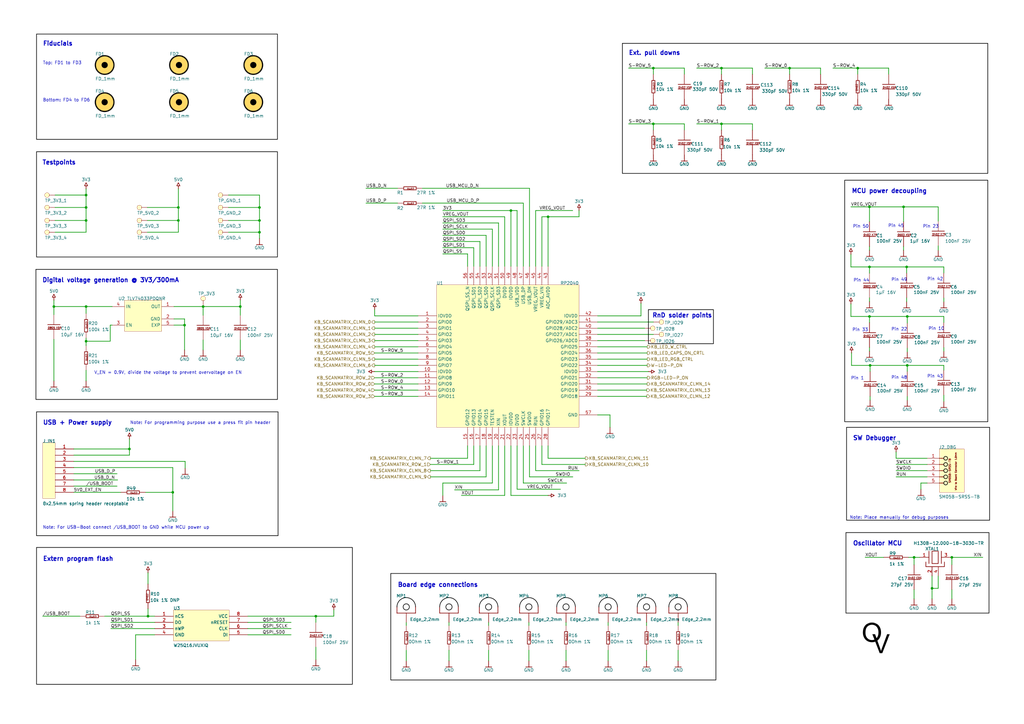
<source format=kicad_sch>
(kicad_sch (version 20231120) (generator "eeschema") (generator_version "8.0")
  (paper "A3")
  (title_block (title "Input_MCU") (date "2024-03-13") (rev "02") (company " OV-Tech"))
  (junction (at 35.306 125.73))
  (junction (at 370.586 84.836))
  (junction (at 295.91 27.94))
  (junction (at 351.79 27.94))
  (junction (at 70.866 201.93))
  (junction (at 372.11 129.794))
  (junction (at 98.552 125.73))
  (junction (at 224.79 88.9))
  (junction (at 267.97 27.94))
  (junction (at 382.27 241.3))
  (junction (at 295.91 50.8))
  (junction (at 22.098 125.73))
  (junction (at 35.306 85.09))
  (junction (at 356.616 109.474))
  (junction (at 35.306 80.01))
  (junction (at 83.312 125.73))
  (junction (at 35.306 139.954))
  (junction (at 209.55 86.36))
  (junction (at 73.152 85.09))
  (junction (at 371.856 109.474))
  (junction (at 106.426 90.424))
  (junction (at 372.11 149.86))
  (junction (at 73.152 90.424))
  (junction (at 53.086 184.15))
  (junction (at 323.85 27.94))
  (junction (at 356.616 84.836))
  (junction (at 356.616 129.794))
  (junction (at 75.692 133.35))
  (junction (at 390.398 228.6))
  (junction (at 129.54 252.73))
  (junction (at 60.706 252.73))
  (junction (at 374.904 228.6))
  (junction (at 267.97 50.8))
  (junction (at 35.306 90.424))
  (junction (at 106.426 95.25))
  (junction (at 356.87 149.86))
  (junction (at 106.426 85.09))
  (wire (pts (xy 356.616 144.018) (xy 356.616 142.494)) (stroke (width 0.254)))
  (wire (pts (xy 30.226 186.69) (xy 53.086 186.69)) (stroke (width 0.254)))
  (wire (pts (xy 348.996 104.394) (xy 348.996 109.474)) (stroke (width 0.254)))
  (wire (pts (xy 22.606 80.01) (xy 35.306 80.01)) (stroke (width 0.254)))
  (wire (pts (xy 356.616 109.474) (xy 371.856 109.474)) (stroke (width 0.254)))
  (wire (pts (xy 171.45 134.62) (xy 153.67 134.62)) (stroke (width 0.254)))
  (wire (pts (xy 372.11 129.794) (xy 387.096 129.794)) (stroke (width 0.254)))
  (wire (pts (xy 184.15 256.54) (xy 184.15 255.27)) (stroke (width 0.254)))
  (wire (pts (xy 191.77 109.22) (xy 191.77 104.14)) (stroke (width 0.254)))
  (wire (pts (xy 194.31 182.88) (xy 194.31 190.5)) (stroke (width 0.254)))
  (wire (pts (xy 387.096 123.698) (xy 387.096 122.174)) (stroke (width 0.254)))
  (wire (pts (xy 245.11 129.54) (xy 262.89 129.54)) (stroke (width 0.254)))
  (wire (pts (xy 53.086 186.69) (xy 53.086 184.15)) (stroke (width 0.254)))
  (wire (pts (xy 308.61 27.94) (xy 308.61 30.48)) (stroke (width 0.254)))
  (wire (pts (xy 356.616 112.014) (xy 356.616 109.474)) (stroke (width 0.254)))
  (wire (pts (xy 83.312 125.73) (xy 98.552 125.73)) (stroke (width 0.254)))
  (wire (pts (xy 387.096 149.86) (xy 387.096 151.892)) (stroke (width 0.254)))
  (wire (pts (xy 171.45 160.02) (xy 153.67 160.02)) (stroke (width 0.254)))
  (wire (pts (xy 217.17 77.216) (xy 217.17 109.22)) (stroke (width 0.254)))
  (wire (pts (xy 200.406 266.7) (xy 200.406 271.018)) (stroke (width 0.254)))
  (wire (pts (xy 295.91 27.94) (xy 295.91 30.48)) (stroke (width 0.254)))
  (wire (pts (xy 171.45 154.94) (xy 153.67 154.94)) (stroke (width 0.254)))
  (wire (pts (xy 267.97 50.8) (xy 280.67 50.8)) (stroke (width 0.254)))
  (wire (pts (xy 98.552 125.73) (xy 98.552 129.286)) (stroke (width 0.254)))
  (wire (pts (xy 267.97 50.8) (xy 257.81 50.8)) (stroke (width 0.254)))
  (wire (pts (xy 22.098 129.032) (xy 22.098 125.73)) (stroke (width 0.254)))
  (wire (pts (xy 181.61 91.44) (xy 204.47 91.44)) (stroke (width 0.254)))
  (wire (pts (xy 214.63 182.88) (xy 214.63 198.12)) (stroke (width 0.254)))
  (wire (pts (xy 153.67 152.4) (xy 171.45 152.4)) (stroke (width 0.254)))
  (wire (pts (xy 267.97 137.16) (xy 245.11 137.16)) (stroke (width 0.254)))
  (wire (pts (xy 35.306 90.424) (xy 35.306 85.09)) (stroke (width 0.254)))
  (wire (pts (xy 356.87 149.86) (xy 356.87 152.4)) (stroke (width 0.254)))
  (wire (pts (xy 60.706 252.73) (xy 63.5 252.73)) (stroke (width 0.254)))
  (wire (pts (xy 313.69 27.94) (xy 323.85 27.94)) (stroke (width 0.254)))
  (wire (pts (xy 196.85 99.06) (xy 196.85 109.22)) (stroke (width 0.254)))
  (wire (pts (xy 60.452 90.424) (xy 73.152 90.424)) (stroke (width 0.254)))
  (wire (pts (xy 171.45 162.56) (xy 153.67 162.56)) (stroke (width 0.254)))
  (wire (pts (xy 53.086 184.15) (xy 53.086 180.086)) (stroke (width 0.254)))
  (wire (pts (xy 377.698 198.12) (xy 377.698 200.66)) (stroke (width 0.254)))
  (wire (pts (xy 35.306 125.73) (xy 45.974 125.73)) (stroke (width 0.254)))
  (wire (pts (xy 35.306 128.524) (xy 35.306 125.73)) (stroke (width 0.254)))
  (wire (pts (xy 382.27 245.618) (xy 382.27 241.3)) (stroke (width 0.254)))
  (wire (pts (xy 390.398 241.808) (xy 390.398 245.618)) (stroke (width 0.254)))
  (wire (pts (xy 224.79 88.9) (xy 222.25 88.9)) (stroke (width 0.254)))
  (wire (pts (xy 171.45 139.7) (xy 153.649 139.7)) (stroke (width 0.254)))
  (wire (pts (xy 295.91 53.34) (xy 295.91 50.8)) (stroke (width 0.254)))
  (wire (pts (xy 153.67 132.08) (xy 171.45 132.08)) (stroke (width 0.254)))
  (wire (pts (xy 136.906 250.19) (xy 136.906 252.73)) (stroke (width 0.254)))
  (wire (pts (xy 232.156 256.54) (xy 232.156 255.27)) (stroke (width 0.254)))
  (wire (pts (xy 384.81 236.22) (xy 384.81 241.3)) (stroke (width 0.254)))
  (wire (pts (xy 356.616 123.698) (xy 356.616 122.174)) (stroke (width 0.254)))
  (wire (pts (xy 70.866 191.77) (xy 70.866 201.93)) (stroke (width 0.254)))
  (wire (pts (xy 384.81 102.616) (xy 384.81 100.838)) (stroke (width 0.254)))
  (wire (pts (xy 45.974 133.35) (xy 45.212 133.35)) (stroke (width 0.254)))
  (wire (pts (xy 380.238 193.04) (xy 367.538 193.04)) (stroke (width 0.254)))
  (wire (pts (xy 166.624 256.54) (xy 166.624 255.27)) (stroke (width 0.254)))
  (wire (pts (xy 181.61 96.52) (xy 199.39 96.52)) (stroke (width 0.254)))
  (wire (pts (xy 35.306 85.09) (xy 22.606 85.09)) (stroke (width 0.254)))
  (wire (pts (xy 106.426 80.01) (xy 106.426 85.09)) (stroke (width 0.254)))
  (wire (pts (xy 32.766 252.73) (xy 17.526 252.73)) (stroke (width 0.254)))
  (wire (pts (xy 30.226 201.93) (xy 49.53 201.93)) (stroke (width 0.254)))
  (wire (pts (xy 106.426 90.424) (xy 106.426 85.09)) (stroke (width 0.254)))
  (wire (pts (xy 83.312 129.286) (xy 83.312 125.73)) (stroke (width 0.254)))
  (wire (pts (xy 35.306 139.954) (xy 35.306 138.684)) (stroke (width 0.254)))
  (wire (pts (xy 207.01 88.9) (xy 207.01 109.22)) (stroke (width 0.254)))
  (wire (pts (xy 370.586 84.836) (xy 356.616 84.836)) (stroke (width 0.254)))
  (wire (pts (xy 349.25 144.78) (xy 349.25 149.86)) (stroke (width 0.254)))
  (wire (pts (xy 186.436 200.914) (xy 204.47 200.914)) (stroke (width 0.254)))
  (wire (pts (xy 93.726 90.424) (xy 106.426 90.424)) (stroke (width 0.254)))
  (wire (pts (xy 348.996 109.474) (xy 356.616 109.474)) (stroke (width 0.254)))
  (wire (pts (xy 209.55 182.88) (xy 209.55 203.2)) (stroke (width 0.254)))
  (wire (pts (xy 212.09 182.88) (xy 212.09 200.66)) (stroke (width 0.254)))
  (wire (pts (xy 380.238 198.12) (xy 377.698 198.12)) (stroke (width 0.254)))
  (wire (pts (xy 374.904 245.618) (xy 374.904 241.808)) (stroke (width 0.254)))
  (wire (pts (xy 372.11 149.86) (xy 387.096 149.86)) (stroke (width 0.254)))
  (wire (pts (xy 351.79 27.94) (xy 364.49 27.94)) (stroke (width 0.254)))
  (wire (pts (xy 55.626 260.35) (xy 55.626 270.51)) (stroke (width 0.254)))
  (wire (pts (xy 71.374 133.35) (xy 75.692 133.35)) (stroke (width 0.254)))
  (wire (pts (xy 93.726 80.01) (xy 106.426 80.01)) (stroke (width 0.254)))
  (wire (pts (xy 35.306 125.73) (xy 22.098 125.73)) (stroke (width 0.254)))
  (wire (pts (xy 22.606 90.424) (xy 35.306 90.424)) (stroke (width 0.254)))
  (wire (pts (xy 75.946 189.23) (xy 75.946 192.024)) (stroke (width 0.254)))
  (wire (pts (xy 356.87 164.084) (xy 356.87 162.56)) (stroke (width 0.254)))
  (wire (pts (xy 323.85 27.94) (xy 336.55 27.94)) (stroke (width 0.254)))
  (wire (pts (xy 224.79 88.9) (xy 224.79 109.22)) (stroke (width 0.254)))
  (wire (pts (xy 374.904 231.648) (xy 374.904 228.6)) (stroke (width 0.254)))
  (wire (pts (xy 75.692 133.35) (xy 75.692 143.51)) (stroke (width 0.254)))
  (wire (pts (xy 181.61 88.9) (xy 207.01 88.9)) (stroke (width 0.254)))
  (wire (pts (xy 387.096 109.474) (xy 387.096 112.014)) (stroke (width 0.254)))
  (wire (pts (xy 73.152 95.25) (xy 60.452 95.25)) (stroke (width 0.254)))
  (wire (pts (xy 129.54 265.43) (xy 129.54 270.51)) (stroke (width 0.254)))
  (wire (pts (xy 201.93 198.12) (xy 181.61 198.12)) (stroke (width 0.254)))
  (wire (pts (xy 264.414 139.7) (xy 245.11 139.7)) (stroke (width 0.254)))
  (wire (pts (xy 216.916 256.54) (xy 216.916 255.27)) (stroke (width 0.254)))
  (wire (pts (xy 209.55 203.2) (xy 224.79 203.2)) (stroke (width 0.254)))
  (wire (pts (xy 237.49 88.9) (xy 224.79 88.9)) (stroke (width 0.254)))
  (wire (pts (xy 374.904 228.6) (xy 372.618 228.6)) (stroke (width 0.254)))
  (wire (pts (xy 219.71 86.36) (xy 234.899 86.36)) (stroke (width 0.254)))
  (wire (pts (xy 371.856 123.698) (xy 371.856 122.174)) (stroke (width 0.254)))
  (wire (pts (xy 362.458 228.6) (xy 354.838 228.6)) (stroke (width 0.254)))
  (wire (pts (xy 222.25 88.9) (xy 222.25 109.22)) (stroke (width 0.254)))
  (wire (pts (xy 73.152 90.424) (xy 73.152 85.09)) (stroke (width 0.254)))
  (wire (pts (xy 222.25 182.88) (xy 222.25 190.5)) (stroke (width 0.254)))
  (wire (pts (xy 267.97 53.34) (xy 267.97 50.8)) (stroke (width 0.254)))
  (wire (pts (xy 280.67 27.94) (xy 267.97 27.94)) (stroke (width 0.254)))
  (wire (pts (xy 222.25 190.5) (xy 240.03 190.5)) (stroke (width 0.254)))
  (wire (pts (xy 171.45 129.54) (xy 153.67 129.54)) (stroke (width 0.254)))
  (wire (pts (xy 70.866 201.93) (xy 70.866 209.55)) (stroke (width 0.254)))
  (wire (pts (xy 278.13 266.7) (xy 278.13 271.018)) (stroke (width 0.254)))
  (wire (pts (xy 35.306 80.01) (xy 35.306 77.47)) (stroke (width 0.254)))
  (wire (pts (xy 245.11 132.08) (xy 267.97 132.08)) (stroke (width 0.254)))
  (wire (pts (xy 101.6 260.35) (xy 119.38 260.35)) (stroke (width 0.254)))
  (wire (pts (xy 191.77 104.14) (xy 181.61 104.14)) (stroke (width 0.254)))
  (wire (pts (xy 173.228 77.216) (xy 217.17 77.216)) (stroke (width 0.254)))
  (wire (pts (xy 30.226 196.85) (xy 48.26 196.85)) (stroke (width 0.254)))
  (wire (pts (xy 372.11 132.588) (xy 372.11 129.794)) (stroke (width 0.254)))
  (wire (pts (xy 71.374 125.73) (xy 83.312 125.73)) (stroke (width 0.254)))
  (wire (pts (xy 349.25 149.86) (xy 356.87 149.86)) (stroke (width 0.254)))
  (wire (pts (xy 212.09 200.66) (xy 229.87 200.66)) (stroke (width 0.254)))
  (wire (pts (xy 60.706 239.522) (xy 60.706 234.95)) (stroke (width 0.254)))
  (wire (pts (xy 75.692 133.35) (xy 75.692 130.81)) (stroke (width 0.254)))
  (wire (pts (xy 196.85 193.04) (xy 176.53 193.04)) (stroke (width 0.254)))
  (wire (pts (xy 387.096 164.592) (xy 387.096 162.052)) (stroke (width 0.254)))
  (wire (pts (xy 356.616 132.334) (xy 356.616 129.794)) (stroke (width 0.254)))
  (wire (pts (xy 189.23 203.2) (xy 207.01 203.2)) (stroke (width 0.254)))
  (wire (pts (xy 356.616 129.794) (xy 372.11 129.794)) (stroke (width 0.254)))
  (wire (pts (xy 390.398 228.6) (xy 403.098 228.6)) (stroke (width 0.254)))
  (wire (pts (xy 45.212 139.954) (xy 35.306 139.954)) (stroke (width 0.254)))
  (wire (pts (xy 181.61 101.6) (xy 194.31 101.6)) (stroke (width 0.254)))
  (wire (pts (xy 181.61 86.36) (xy 209.55 86.36)) (stroke (width 0.254)))
  (wire (pts (xy 214.63 109.22) (xy 214.63 83.312)) (stroke (width 0.254)))
  (wire (pts (xy 390.398 231.648) (xy 390.398 228.6)) (stroke (width 0.254)))
  (wire (pts (xy 214.63 83.312) (xy 173.228 83.312)) (stroke (width 0.254)))
  (wire (pts (xy 390.398 228.6) (xy 389.89 228.6)) (stroke (width 0.254)))
  (wire (pts (xy 209.55 86.36) (xy 212.09 86.36)) (stroke (width 0.254)))
  (wire (pts (xy 249.428 266.7) (xy 249.428 271.018)) (stroke (width 0.254)))
  (wire (pts (xy 181.61 99.06) (xy 196.85 99.06)) (stroke (width 0.254)))
  (wire (pts (xy 129.54 252.73) (xy 101.6 252.73)) (stroke (width 0.254)))
  (wire (pts (xy 101.6 255.27) (xy 119.38 255.27)) (stroke (width 0.254)))
  (wire (pts (xy 245.11 157.48) (xy 265.389 157.48)) (stroke (width 0.254)))
  (wire (pts (xy 356.616 90.932) (xy 356.616 84.836)) (stroke (width 0.254)))
  (wire (pts (xy 201.93 182.88) (xy 201.93 198.12)) (stroke (width 0.254)))
  (wire (pts (xy 22.098 125.73) (xy 22.098 123.19)) (stroke (width 0.254)))
  (wire (pts (xy 245.11 142.24) (xy 265.43 142.24)) (stroke (width 0.254)))
  (wire (pts (xy 245.11 144.78) (xy 265.43 144.78)) (stroke (width 0.254)))
  (wire (pts (xy 245.11 152.4) (xy 265.938 152.4)) (stroke (width 0.254)))
  (wire (pts (xy 351.79 27.94) (xy 341.63 27.94)) (stroke (width 0.254)))
  (wire (pts (xy 370.586 102.616) (xy 370.586 101.092)) (stroke (width 0.254)))
  (wire (pts (xy 267.97 30.48) (xy 267.97 27.94)) (stroke (width 0.254)))
  (wire (pts (xy 184.15 266.7) (xy 184.15 271.018)) (stroke (width 0.254)))
  (wire (pts (xy 245.11 147.32) (xy 265.43 147.32)) (stroke (width 0.254)))
  (wire (pts (xy 35.306 139.954) (xy 35.306 141.732)) (stroke (width 0.254)))
  (wire (pts (xy 199.39 195.58) (xy 199.39 182.88)) (stroke (width 0.254)))
  (wire (pts (xy 380.238 195.58) (xy 367.538 195.58)) (stroke (width 0.254)))
  (wire (pts (xy 106.426 95.25) (xy 106.426 97.79)) (stroke (width 0.254)))
  (wire (pts (xy 237.49 86.36) (xy 237.49 88.9)) (stroke (width 0.254)))
  (wire (pts (xy 200.406 256.54) (xy 200.406 255.27)) (stroke (width 0.254)))
  (wire (pts (xy 382.27 241.3) (xy 382.27 236.22)) (stroke (width 0.254)))
  (wire (pts (xy 106.426 90.424) (xy 106.426 95.25)) (stroke (width 0.254)))
  (wire (pts (xy 171.45 142.24) (xy 153.67 142.24)) (stroke (width 0.254)))
  (wire (pts (xy 83.312 139.446) (xy 83.312 143.51)) (stroke (width 0.254)))
  (wire (pts (xy 356.616 102.616) (xy 356.616 101.092)) (stroke (width 0.254)))
  (wire (pts (xy 250.19 175.26) (xy 250.19 170.18)) (stroke (width 0.254)))
  (wire (pts (xy 181.61 93.98) (xy 201.93 93.98)) (stroke (width 0.254)))
  (wire (pts (xy 387.096 129.794) (xy 387.096 132.334)) (stroke (width 0.254)))
  (wire (pts (xy 348.996 124.714) (xy 348.996 129.794)) (stroke (width 0.254)))
  (wire (pts (xy 351.79 27.94) (xy 351.79 30.48)) (stroke (width 0.254)))
  (wire (pts (xy 262.89 129.54) (xy 262.89 124.46)) (stroke (width 0.254)))
  (wire (pts (xy 372.11 152.4) (xy 372.11 149.86)) (stroke (width 0.254)))
  (wire (pts (xy 250.19 170.18) (xy 245.11 170.18)) (stroke (width 0.254)))
  (wire (pts (xy 42.926 252.73) (xy 60.706 252.73)) (stroke (width 0.254)))
  (wire (pts (xy 356.87 149.86) (xy 372.11 149.86)) (stroke (width 0.254)))
  (wire (pts (xy 75.692 130.81) (xy 71.374 130.81)) (stroke (width 0.254)))
  (wire (pts (xy 245.11 162.56) (xy 265.293 162.56)) (stroke (width 0.254)))
  (wire (pts (xy 295.91 27.94) (xy 308.61 27.94)) (stroke (width 0.254)))
  (wire (pts (xy 371.856 109.474) (xy 371.856 112.014)) (stroke (width 0.254)))
  (wire (pts (xy 106.426 85.09) (xy 93.726 85.09)) (stroke (width 0.254)))
  (wire (pts (xy 22.098 139.192) (xy 22.098 156.21)) (stroke (width 0.254)))
  (wire (pts (xy 372.11 144.272) (xy 372.11 142.748)) (stroke (width 0.254)))
  (wire (pts (xy 348.996 129.794) (xy 356.616 129.794)) (stroke (width 0.254)))
  (wire (pts (xy 267.97 27.94) (xy 257.81 27.94)) (stroke (width 0.254)))
  (wire (pts (xy 278.13 256.54) (xy 278.13 255.27)) (stroke (width 0.254)))
  (wire (pts (xy 194.31 101.6) (xy 194.31 109.22)) (stroke (width 0.254)))
  (wire (pts (xy 204.47 91.44) (xy 204.47 109.22)) (stroke (width 0.254)))
  (wire (pts (xy 370.586 84.836) (xy 384.81 84.836)) (stroke (width 0.254)))
  (wire (pts (xy 224.79 187.96) (xy 224.79 182.88)) (stroke (width 0.254)))
  (wire (pts (xy 181.61 198.12) (xy 181.61 203.2)) (stroke (width 0.254)))
  (wire (pts (xy 217.17 182.88) (xy 217.17 195.58)) (stroke (width 0.254)))
  (wire (pts (xy 171.45 149.86) (xy 153.67 149.86)) (stroke (width 0.254)))
  (wire (pts (xy 163.068 77.216) (xy 150.114 77.216)) (stroke (width 0.254)))
  (wire (pts (xy 219.71 182.88) (xy 219.71 193.04)) (stroke (width 0.254)))
  (wire (pts (xy 245.11 160.02) (xy 265.278 160.02)) (stroke (width 0.254)))
  (wire (pts (xy 212.09 86.36) (xy 212.09 109.22)) (stroke (width 0.254)))
  (wire (pts (xy 280.67 30.48) (xy 280.67 27.94)) (stroke (width 0.254)))
  (wire (pts (xy 35.306 151.892) (xy 35.306 156.21)) (stroke (width 0.254)))
  (wire (pts (xy 245.11 149.86) (xy 265.43 149.86)) (stroke (width 0.254)))
  (wire (pts (xy 285.75 27.94) (xy 295.91 27.94)) (stroke (width 0.254)))
  (wire (pts (xy 35.306 80.01) (xy 35.306 85.09)) (stroke (width 0.254)))
  (wire (pts (xy 217.17 195.58) (xy 234.95 195.58)) (stroke (width 0.254)))
  (wire (pts (xy 171.45 157.48) (xy 153.67 157.48)) (stroke (width 0.254)))
  (wire (pts (xy 377.19 228.6) (xy 374.904 228.6)) (stroke (width 0.254)))
  (wire (pts (xy 194.31 190.5) (xy 176.53 190.5)) (stroke (width 0.254)))
  (wire (pts (xy 371.856 109.474) (xy 387.096 109.474)) (stroke (width 0.254)))
  (wire (pts (xy 35.306 90.424) (xy 35.306 95.25)) (stroke (width 0.254)))
  (wire (pts (xy 216.916 266.7) (xy 216.916 271.018)) (stroke (width 0.254)))
  (wire (pts (xy 214.63 198.12) (xy 232.41 198.12)) (stroke (width 0.254)))
  (wire (pts (xy 199.39 96.52) (xy 199.39 109.22)) (stroke (width 0.254)))
  (wire (pts (xy 30.226 189.23) (xy 75.946 189.23)) (stroke (width 0.254)))
  (wire (pts (xy 191.77 187.96) (xy 176.53 187.96)) (stroke (width 0.254)))
  (wire (pts (xy 240.03 187.96) (xy 224.79 187.96)) (stroke (width 0.254)))
  (wire (pts (xy 232.156 266.7) (xy 232.156 271.018)) (stroke (width 0.254)))
  (wire (pts (xy 73.152 90.424) (xy 73.152 95.25)) (stroke (width 0.254)))
  (wire (pts (xy 372.11 164.084) (xy 372.11 162.56)) (stroke (width 0.254)))
  (wire (pts (xy 30.226 199.39) (xy 48.006 199.39)) (stroke (width 0.254)))
  (wire (pts (xy 367.538 187.96) (xy 380.238 187.96)) (stroke (width 0.254)))
  (wire (pts (xy 136.906 252.73) (xy 129.54 252.73)) (stroke (width 0.254)))
  (wire (pts (xy 280.67 50.8) (xy 280.67 53.34)) (stroke (width 0.254)))
  (wire (pts (xy 364.49 27.94) (xy 364.49 30.48)) (stroke (width 0.254)))
  (wire (pts (xy 73.152 85.09) (xy 60.452 85.09)) (stroke (width 0.254)))
  (wire (pts (xy 176.53 195.58) (xy 199.39 195.58)) (stroke (width 0.254)))
  (wire (pts (xy 45.212 133.35) (xy 45.212 139.954)) (stroke (width 0.254)))
  (wire (pts (xy 265.176 256.54) (xy 265.176 255.27)) (stroke (width 0.254)))
  (wire (pts (xy 219.71 193.04) (xy 237.49 193.04)) (stroke (width 0.254)))
  (wire (pts (xy 163.068 83.312) (xy 150.114 83.312)) (stroke (width 0.254)))
  (wire (pts (xy 323.85 30.48) (xy 323.85 27.94)) (stroke (width 0.254)))
  (wire (pts (xy 129.54 255.27) (xy 129.54 252.73)) (stroke (width 0.254)))
  (wire (pts (xy 265.176 266.7) (xy 265.176 271.018)) (stroke (width 0.254)))
  (wire (pts (xy 30.226 191.77) (xy 70.866 191.77)) (stroke (width 0.254)))
  (wire (pts (xy 295.91 50.8) (xy 308.61 50.8)) (stroke (width 0.254)))
  (wire (pts (xy 153.67 129.54) (xy 153.67 127)) (stroke (width 0.254)))
  (wire (pts (xy 63.5 255.27) (xy 45.466 255.27)) (stroke (width 0.254)))
  (wire (pts (xy 171.45 144.78) (xy 153.67 144.78)) (stroke (width 0.254)))
  (wire (pts (xy 264.414 134.62) (xy 245.11 134.62)) (stroke (width 0.254)))
  (wire (pts (xy 98.552 123.19) (xy 98.552 125.73)) (stroke (width 0.254)))
  (wire (pts (xy 63.5 257.81) (xy 45.466 257.81)) (stroke (width 0.254)))
  (wire (pts (xy 191.77 182.88) (xy 191.77 187.96)) (stroke (width 0.254)))
  (wire (pts (xy 207.01 203.2) (xy 207.01 182.88)) (stroke (width 0.254)))
  (wire (pts (xy 384.81 241.3) (xy 382.27 241.3)) (stroke (width 0.254)))
  (wire (pts (xy 171.45 137.16) (xy 153.67 137.16)) (stroke (width 0.254)))
  (wire (pts (xy 387.096 144.018) (xy 387.096 142.494)) (stroke (width 0.254)))
  (wire (pts (xy 245.11 154.94) (xy 265.43 154.94)) (stroke (width 0.254)))
  (wire (pts (xy 367.538 185.42) (xy 367.538 187.96)) (stroke (width 0.254)))
  (wire (pts (xy 204.47 200.914) (xy 204.47 182.88)) (stroke (width 0.254)))
  (wire (pts (xy 249.428 256.54) (xy 249.428 255.27)) (stroke (width 0.254)))
  (wire (pts (xy 209.55 109.22) (xy 209.55 86.36)) (stroke (width 0.254)))
  (wire (pts (xy 196.85 182.88) (xy 196.85 193.04)) (stroke (width 0.254)))
  (wire (pts (xy 201.93 93.98) (xy 201.93 109.22)) (stroke (width 0.254)))
  (wire (pts (xy 35.306 95.25) (xy 22.606 95.25)) (stroke (width 0.254)))
  (wire (pts (xy 106.426 95.25) (xy 93.726 95.25)) (stroke (width 0.254)))
  (wire (pts (xy 308.61 50.8) (xy 308.61 53.34)) (stroke (width 0.254)))
  (wire (pts (xy 166.624 266.7) (xy 166.624 271.018)) (stroke (width 0.254)))
  (wire (pts (xy 285.75 50.8) (xy 295.91 50.8)) (stroke (width 0.254)))
  (wire (pts (xy 336.55 27.94) (xy 336.55 30.48)) (stroke (width 0.254)))
  (wire (pts (xy 219.71 109.22) (xy 219.71 86.36)) (stroke (width 0.254)))
  (wire (pts (xy 30.226 184.15) (xy 53.086 184.15)) (stroke (width 0.254)))
  (wire (pts (xy 384.81 84.836) (xy 384.81 90.678)) (stroke (width 0.254)))
  (wire (pts (xy 356.616 84.836) (xy 348.996 84.836)) (stroke (width 0.254)))
  (wire (pts (xy 60.706 252.73) (xy 60.706 249.682)) (stroke (width 0.254)))
  (wire (pts (xy 30.226 194.31) (xy 48.006 194.31)) (stroke (width 0.254)))
  (wire (pts (xy 101.6 257.81) (xy 119.38 257.81)) (stroke (width 0.254)))
  (wire (pts (xy 171.45 147.32) (xy 153.67 147.32)) (stroke (width 0.254)))
  (wire (pts (xy 59.69 201.93) (xy 70.866 201.93)) (stroke (width 0.254)))
  (wire (pts (xy 73.152 77.47) (xy 73.152 85.09)) (stroke (width 0.254)))
  (wire (pts (xy 370.586 90.932) (xy 370.586 84.836)) (stroke (width 0.254)))
  (wire (pts (xy 63.5 260.35) (xy 55.626 260.35)) (stroke (width 0.254)))
  (wire (pts (xy 367.538 190.5) (xy 380.238 190.5)) (stroke (width 0.254)))
  (wire (pts (xy 98.552 139.446) (xy 98.552 143.51)) (stroke (width 0.254)))
  (rectangle (start 405.892 175.26) (end 347.218 213.36) (stroke (width 0.254) (color 0 0 0 1)))
  (rectangle (start 113.792 110.49) (end 14.732 163.83) (stroke (width 0.254) (color 0 0 0 1)))
  (rectangle (start 293.624 235.204) (end 160.274 278.892) (stroke (width 0.254) (color 0 0 0 1)))
  (rectangle (start 405.13 17.78) (end 255.27 71.12) (stroke (width 0.254) (color 0 0 0 1)))
  (rectangle (start 144.526 224.536) (end 14.986 280.67) (stroke (width 0.254) (color 0 0 0 1)))
  (rectangle (start 113.792 62.23) (end 14.986 105.41) (stroke (width 0.254) (color 0 0 0 1)))
  (rectangle (start 113.792 13.97) (end 14.986 57.15) (stroke (width 0.254) (color 0 0 0 1)))
  (rectangle (start 114.046 168.91) (end 14.986 219.71) (stroke (width 0.254) (color 0 0 0 1)))
  (rectangle (start 405.638 218.44) (end 346.964 251.46) (stroke (width 0.254) (color 0 0 0 1)))
  (rectangle (start 405.13 73.914) (end 346.456 172.974) (stroke (width 0.254) (color 0 0 0 1)))
  (rectangle (start 292.608 127) (end 265.938 140.97) (stroke (width 0.254) (color 0 0 0 1)))
  (image (at 359.41 261.62) (scale 0.0646679))
  (text "Note: For USB-Boot connect /USB_BOOT to GND while MCU power up" (at 17.526 217.17 0) (effects (font (size 1.27 1.27)) (justify left bottom)))
  (text "Pin 22" (at 365.506 135.89 0) (effects (font (size 1.27 1.27)) (justify left bottom)))
  (text "USB + Power supply" (at 17.526 174.498 0) (effects (font (size 1.778 1.778) (bold yes)) (justify left bottom)))
  (text "Top: FD1 to FD3" (at 17.526 26.67 0) (effects (font (size 1.27 1.27)) (justify left bottom)))
  (text "Pin 49" (at 365.506 115.57 0) (effects (font (size 1.27 1.27)) (justify left bottom)))
  (text "Pin 33" (at 349.504 136.144 0) (effects (font (size 1.27 1.27)) (justify left bottom)))
  (text "V_EN = 0.9V, divide the voltage to prevent overvoltage on EN" (at 38.608 153.67 0) (effects (font (size 1.27 1.27)) (justify left bottom)))
  (text "Note: For programming purpose use a press fit pin header" (at 53.34 174.244 0) (effects (font (size 1.27 1.27)) (justify left bottom)))
  (text "Pin 48" (at 365.506 155.702 0) (effects (font (size 1.27 1.27)) (justify left bottom)))
  (text "Ext. pull downs" (at 257.81 22.86 0) (effects (font (size 1.778 1.778) (bold yes)) (justify left bottom)))
  (text "Board edge connections" (at 163.068 241.046 0) (effects (font (size 1.778 1.778) (bold yes)) (justify left bottom)))
  (text "Bottom: FD4 to FD6" (at 17.526 41.91 0) (effects (font (size 1.27 1.27)) (justify left bottom)))
  (text "Testpoints" (at 17.272 67.818 0) (effects (font (size 1.778 1.778) (bold yes)) (justify left bottom)))
  (text "Pin 23" (at 378.46 93.726 0) (effects (font (size 1.27 1.27)) (justify left bottom)))
  (text "Pin 44" (at 350.012 115.824 0) (effects (font (size 1.27 1.27)) (justify left bottom)))
  (text "Extern program flash" (at 17.526 230.378 0) (effects (font (size 1.778 1.778) (bold yes)) (justify left bottom)))
  (text "Pin 1" (at 348.996 155.956 0) (effects (font (size 1.27 1.27)) (justify left bottom)))
  (text "Pin 45" (at 364.236 93.472 0) (effects (font (size 1.27 1.27)) (justify left bottom)))
  (text "Note: Place manually for debug purposes" (at 348.488 213.106 0) (effects (font (size 1.27 1.27)) (justify left bottom)))
  (text "Pin 42" (at 380.238 115.316 0) (effects (font (size 1.27 1.27)) (justify left bottom)))
  (text "Pin 43" (at 380.238 155.194 0) (effects (font (size 1.27 1.27)) (justify left bottom)))
  (text "MCU power decoupling" (at 349.25 79.502 0) (effects (font (size 1.778 1.778) (bold yes)) (justify left bottom)))
  (text "SW Debugger" (at 349.758 180.848 0) (effects (font (size 1.778 1.778) (bold yes)) (justify left bottom)))
  (text "Pin 10" (at 380.746 135.636 0) (effects (font (size 1.27 1.27)) (justify left bottom)))
  (text "Pin 50" (at 349.758 93.726 0) (effects (font (size 1.27 1.27)) (justify left bottom)))
  (text "RnD solder points" (at 267.462 130.556 0) (effects (font (size 1.778 1.778) (bold yes)) (justify left bottom)))
  (text "Fiducials" (at 17.526 19.05 0) (effects (font (size 1.778 1.778) (bold yes)) (justify left bottom)))
  (text "Oscillator MCU" (at 349.758 224.028 0) (effects (font (size 1.778 1.778) (bold yes)) (justify left bottom)))
  (text "Digital voltage generation @ 3V3/300mA" (at 17.272 116.078 0) (effects (font (size 1.778 1.778) (bold yes)) (justify left bottom)))
  (label "QSPI_SCLK" (at 107.696 257.81 0))
  (label "" (at 176.53 193.04 0))
  (label "USB_D_N" (at 150.114 77.216 0))
  (label "/USB_BOOT" (at 35.306 199.39 0))
  (label "" (at 153.67 162.56 0))
  (label "S-ROW_5" (at 156.21 144.78 0))
  (label "USB_MCU_D_N" (at 182.88 77.216 0))
  (label "S-ROW_2" (at 285.75 27.94 0))
  (label "USB_D_N" (at 38.608 196.85 0))
  (label "XOUT" (at 354.838 228.6 0))
  (label "RUN" (at 232.918 193.04 0))
  (label "3V3" (at 181.61 86.36 0))
  (label "QSPI_SD1" (at 45.466 255.27 0))
  (label "SWCLK" (at 224.536 198.12 0))
  (label "" (at 153.649 139.7 0))
  (label "S-ROW_3" (at 257.81 50.8 0))
  (label "S-ROW_0" (at 156.21 157.48 0))
  (label "USB_MCU_D_P" (at 183.134 83.312 0))
  (label "QSPI_SD3" (at 181.61 91.44 0))
  (label "S-ROW_3" (at 156.21 162.56 0))
  (label "" (at 153.67 134.62 0))
  (label "VREG_VOUT" (at 348.996 84.836 0))
  (label "SWDIO" (at 227.838 195.58 0))
  (label "/USB_BOOT" (at 17.526 252.73 0))
  (label "" (at 153.67 137.16 0))
  (label "VREG_VOUT" (at 216.167 200.66 0))
  (label "" (at 176.53 195.58 0))
  (label "QSPI_SCLK" (at 181.61 93.98 0))
  (label "QSPI_SD1" (at 181.61 101.6 0))
  (label "RUN" (at 367.538 195.58 0))
  (label "VREG_VOUT" (at 181.61 88.9 0))
  (label "" (at 143.256 144.78 0))
  (label "S-ROW_0" (at 313.69 27.94 0))
  (label "USB_D_P" (at 38.862 194.31 0))
  (label "SWDIO" (at 367.538 193.04 0))
  (label "S-ROW_5" (at 257.81 27.94 0))
  (label "S-ROW_4" (at 341.63 27.94 0))
  (label "QSPI_SD2" (at 45.466 257.81 0))
  (label "QSPI_SS" (at 45.466 252.73 0))
  (label "XOUT" (at 189.23 203.2 0))
  (label "XIN" (at 399.288 228.6 0))
  (label "QSPI_SS" (at 181.61 104.14 0))
  (label "QSPI_SD3" (at 107.696 255.27 0))
  (label "" (at 176.53 187.96 0))
  (label "5V0_EXT_EN" (at 30.226 201.93 0))
  (label "QSPI_SD0" (at 107.696 260.35 0))
  (label "S-ROW_1" (at 285.75 50.8 0))
  (label "" (at 156.189 144.78 0))
  (label "S-ROW_1" (at 179.07 190.5 0))
  (label "USB_D_P" (at 150.114 83.312 0))
  (label "SWCLK" (at 367.538 190.5 0))
  (label "QSPI_SD2" (at 181.61 99.06 0))
  (label "S-ROW_2" (at 156.21 154.94 0))
  (label "XIN" (at 186.436 200.914 0))
  (label "QSPI_SD0" (at 181.61 96.52 0))
  (label "VREG_VOUT" (at 221.196 86.36 0))
  (label "S-ROW_4" (at 156.21 160.02 0))
  (label "" (at 153.67 149.86 0))
  (label "" (at 153.441 160.02 0))
  (hierarchical_label "KB_SCANMATRIX_ROW_0" (shape input) (at 153.67 157.48 180))
  (hierarchical_label "KB_SCANMATRIX_CLMN_2" (shape output) (at 153.67 137.16 180))
  (hierarchical_label "KB_SCANMATRIX_ROW_2" (shape input) (at 153.67 154.94 180))
  (hierarchical_label "KB_LED_W_CTRL" (shape output) (at 265.43 142.24 0))
  (hierarchical_label "KB_SCANMATRIX_CLMN_9" (shape output) (at 176.53 195.58 180))
  (hierarchical_label "KB_LED_CAPS_ON_CRTL" (shape output) (at 265.43 144.78 0))
  (hierarchical_label "KB_SCANMATRIX_CLMN_12" (shape output) (at 265.293 162.56 0))
  (hierarchical_label "KB_SCANMATRIX_CLMN_0" (shape output) (at 153.67 132.08 180))
  (hierarchical_label "KB_SCANMATRIX_ROW_1" (shape input) (at 176.53 190.5 180))
  (hierarchical_label "KB_SCANMATRIX_CLMN_3" (shape output) (at 153.648 139.7 180))
  (hierarchical_label "KB_SCANMATRIX_CLMN_11" (shape output) (at 240.03 187.96 0))
  (hierarchical_label "KB_SCANMATRIX_CLMN_13" (shape output) (at 265.278 160.02 0))
  (hierarchical_label "KB_SCANMATRIX_CLMN_6" (shape output) (at 153.67 149.86 180))
  (hierarchical_label "KB_SCANMATRIX_CLMN_5" (shape output) (at 153.67 147.32 180))
  (hierarchical_label "KB_SCANMATRIX_ROW_3" (shape input) (at 153.67 162.56 180))
  (hierarchical_label "KB_SCANMATRIX_CLMN_14" (shape output) (at 265.389 157.48 0))
  (hierarchical_label "RGB-LED-P_ON" (shape output) (at 265.43 154.94 0))
  (hierarchical_label "KB_SCANMATRIX_ROW_4" (shape input) (at 153.67 160.02 180))
  (hierarchical_label "KB_SCANMATRIX_CLMN_4" (shape output) (at 153.67 142.24 180))
  (hierarchical_label "KB_SCANMATRIX_CLMN_1" (shape output) (at 153.67 134.62 180))
  (hierarchical_label "KB_SCANMATRIX_CLMN_10" (shape output) (at 240.03 190.5 0))
  (hierarchical_label "KB_SCANMATRIX_CLMN_7" (shape output) (at 176.53 187.96 180))
  (hierarchical_label "W-LED-P_ON" (shape output) (at 265.43 149.86 0))
  (hierarchical_label "KB_SCANMATRIX_CLMN_8" (shape output) (at 176.53 193.04 180))
  (hierarchical_label "KB_LED_RGB_CTRL" (shape output) (at 265.43 147.32 0))
  (hierarchical_label "KB_SCANMATRIX_ROW_5" (shape input) (at 153.67 144.78 180))
  (symbol (lib_id "KB-PCB-R02-altium-import:root_2_Testpoint 0.75mm") (at 22.606 85.09 0) (unit 1)
    (property "Reference" "TP_3V3_2" (at 18.352 88.074 0) (effects (justify left bottom)))
    (property "Value" "Testpoint 0.75mm" (effects (hide yes)))
    (property "Footprint" "QV_ElectroMech.PcbLib:TP_0.75mm" (effects (hide yes)))
  )
  (symbol (lib_id "KB-PCB-R02-altium-import:root_1_RES_0402_0R_1%") (at 166.624 266.7 0) (unit 1)
    (property "Reference" "R12" (at 167.513 261.366 0) (effects (justify left bottom)))
    (property "Value" "0Ohm 1%" (at 167.513 263.906 0) (effects (justify left bottom)))
    (property "Footprint" "QV_Res.pcblib:RESC1005X04L" (effects (hide yes)))
    (property "MANUFACTURER 1" "Bourns" (effects (hide yes)))
    (property "MANUFACTURER 1 PRT. NR." "CR0402AJ/-000GAS" (effects (hide yes)))
    (property "MANUFACTURER 2" "YAGEO" (effects (hide yes)))
    (property "MANUFACTURER 2 PRT. NR." "AC0402FR-070RL" (effects (hide yes)))
  )
  (symbol (lib_id "KB-PCB-R02-altium-import:root_1_RES_0402_10k_1%") (at 323.85 40.64 0) (unit 1)
    (property "Reference" "R8" (at 324.739 35.306 0) (effects (justify left bottom)))
    (property "Value" "10k 1%" (at 324.739 37.846 0) (effects (justify left bottom)))
    (property "Footprint" "QV_Res.pcblib:RESC1005X04L" (effects (hide yes)))
    (property "MANUFACTURER 1" "Vishay / Dale" (effects (hide yes)))
    (property "MANUFACTURER 1 PRT. NR." "CRCW040210K0FKEDC" (effects (hide yes)))
    (property "MANUFACTURER 2" "YAGEO" (effects (hide yes)))
    (property "MANUFACTURER 2 PRT. NR." "RT0402FRE0710KL" (effects (hide yes)))
  )
  (symbol (lib_id "KB-PCB-R02-altium-import:GND_BAR") (at 267.97 63.5 0) (unit 1)
    (property "Reference" "#PWR?" (effects (hide yes)))
    (property "Value" "GND" (at 267.97 67.31 0))
  )
  (symbol (lib_id "KB-PCB-R02-altium-import:GND_BAR") (at 280.67 63.5 0) (unit 1)
    (property "Reference" "#PWR?" (effects (hide yes)))
    (property "Value" "GND" (at 280.67 67.31 0))
  )
  (symbol (lib_id "KB-PCB-R02-altium-import:3V3_ARROW") (at 265.938 152.4 90) (unit 1)
    (property "Reference" "#PWR?" (effects (hide yes)))
    (property "Value" "3V3" (at 269.748 152.4 90) (effects (justify right)))
  )
  (symbol (lib_id "KB-PCB-R02-altium-import:root_0_CAP_0402_330p_50V") (at 336.55 40.64 0) (unit 1)
    (property "Reference" "C114" (at 339.344 36.893 0) (effects (justify left bottom)))
    (property "Value" "330pF 50V" (at 337.058 39.37 0) (effects (justify left bottom)))
    (property "Footprint" "QV_Cap.pcblib:CAPC1005X06L" (effects (hide yes)))
    (property "MANUFACTURER 1" "Murata Electronics" (effects (hide yes)))
    (property "MANUFACTURER 1 PRT. NR." "GCM1555C1H331FA16J" (effects (hide yes)))
    (property "MANUFACTURER 2" "KEMET" (effects (hide yes)))
    (property "MANUFACTURER 2 PRT. NR." "C0402C331J5GACAUTO" (effects (hide yes)))
  )
  (symbol (lib_id "KB-PCB-R02-altium-import:root_0_RES_0402_27R_1%") (at 163.068 83.312 0) (unit 1)
    (property "Reference" "R2" (at 162.814 86.106 0) (effects (justify left bottom)))
    (property "Value" "27R 1%" (at 170.942 85.852 0) (effects (justify left bottom)))
    (property "Footprint" "QV_Res.pcblib:RESC1005X04L" (effects (hide yes)))
    (property "MANUFACTURER 1" "YAGEO" (effects (hide yes)))
    (property "MANUFACTURER 1 PRT. NR." "RC0402FR-0727RL" (effects (hide yes)))
    (property "MANUFACTURER 2" "TE Connectivity Passive Product" (effects (hide yes)))
    (property "MANUFACTURER 2 PRT. NR." "CRGCQ0402F27R" (effects (hide yes)))
  )
  (symbol (lib_id "KB-PCB-R02-altium-import:root_0_CAP_0402_100nF_25V") (at 372.11 162.56 0) (unit 1)
    (property "Reference" "C15" (at 374.904 158.813 0) (effects (justify left bottom)))
    (property "Value" "100nF 25V" (at 374.904 161.036 0) (effects (justify left bottom)))
    (property "Footprint" "QV_Cap.pcblib:CAPC1005X06L" (effects (hide yes)))
    (property "MANUFACTURER 1" "KYOCERA AVX" (effects (hide yes)))
    (property "MANUFACTURER 1 PRT. NR." "KGM05AR71C104KH" (effects (hide yes)))
    (property "MANUFACTURER 2" "Taiyo Yuden" (effects (hide yes)))
    (property "MANUFACTURER 2 PRT. NR." "EMK105B7104KV-F" (effects (hide yes)))
  )
  (symbol (lib_id "KB-PCB-R02-altium-import:root_0_CAP_0402_100nF_25V") (at 372.11 142.748 0) (unit 1)
    (property "Reference" "C8" (at 374.904 139.001 0) (effects (justify left bottom)))
    (property "Value" "100nF 25V" (at 374.904 141.224 0) (effects (justify left bottom)))
    (property "Footprint" "QV_Cap.pcblib:CAPC1005X06L" (effects (hide yes)))
    (property "MANUFACTURER 1" "KYOCERA AVX" (effects (hide yes)))
    (property "MANUFACTURER 1 PRT. NR." "KGM05AR71C104KH" (effects (hide yes)))
    (property "MANUFACTURER 2" "Taiyo Yuden" (effects (hide yes)))
    (property "MANUFACTURER 2 PRT. NR." "EMK105B7104KV-F" (effects (hide yes)))
  )
  (symbol (lib_id "KB-PCB-R02-altium-import:3V3_ARROW") (at 367.538 185.42 180) (unit 1)
    (property "Reference" "#PWR?" (effects (hide yes)))
    (property "Value" "3V3" (at 367.538 181.61 0))
  )
  (symbol (lib_id "KB-PCB-R02-altium-import:root_0_Crystal_RE-5032_12MHz") (at 377.19 231.14 0) (unit 1)
    (property "Reference" "XTAL1" (at 379.476 225.806 0) (effects (justify left bottom)))
    (property "Value" "H130B-12.000-18-3030-TR" (at 374.65 223.52 0) (effects (justify left bottom)))
    (property "Footprint" "QV_Crystal.PcbLib:XTAL_H130B-12.000-18-3030-TR" (effects (hide yes)))
    (property "MANUFACTURER 1" "Raltron Electronics" (effects (hide yes)))
    (property "MANUFACTURER 1 PRT. NR." "H130B-12.000-18-3030-TR" (effects (hide yes)))
  )
  (symbol (lib_id "KB-PCB-R02-altium-import:root_1_RES_0402_10k_1%") (at 267.97 63.5 0) (unit 1)
    (property "Reference" "R5" (at 268.859 58.166 0) (effects (justify left bottom)))
    (property "Value" "10k 1%" (at 268.859 60.706 0) (effects (justify left bottom)))
    (property "Footprint" "QV_Res.pcblib:RESC1005X04L" (effects (hide yes)))
    (property "MANUFACTURER 1" "Vishay / Dale" (effects (hide yes)))
    (property "MANUFACTURER 1 PRT. NR." "CRCW040210K0FKEDC" (effects (hide yes)))
    (property "MANUFACTURER 2" "YAGEO" (effects (hide yes)))
    (property "MANUFACTURER 2 PRT. NR." "RT0402FRE0710KL" (effects (hide yes)))
  )
  (symbol (lib_id "KB-PCB-R02-altium-import:root_0_Testpoint 0.75mm") (at 264.414 139.7 0) (unit 1)
    (property "Reference" "TP_IO26" (at 268.986 140.716 0) (effects (justify left bottom)))
    (property "Value" "Testpoint 0.75mm" (effects (hide yes)))
    (property "Footprint" "QV_ElectroMech.PcbLib:TP_0.75mm" (effects (hide yes)))
  )
  (symbol (lib_id "KB-PCB-R02-altium-import:root_2_Testpoint 0.75mm") (at 93.726 90.424 0) (unit 1)
    (property "Reference" "TP_GND_3" (at 89.472 93.408 0) (effects (justify left bottom)))
    (property "Value" "Testpoint 0.75mm" (effects (hide yes)))
    (property "Footprint" "QV_ElectroMech.PcbLib:TP_0.75mm" (effects (hide yes)))
  )
  (symbol (lib_id "KB-PCB-R02-altium-import:3V3_ARROW") (at 35.306 77.47 180) (unit 1)
    (property "Reference" "#PWR?" (effects (hide yes)))
    (property "Value" "3V3" (at 35.306 73.66 0))
  )
  (symbol (lib_id "KB-PCB-R02-altium-import:root_0_CAP_0603_1µ_16V") (at 370.586 101.092 0) (unit 1)
    (property "Reference" "C2" (at 373.38 97.345 0) (effects (justify left bottom)))
    (property "Value" "1µF 16V" (at 373.126 99.568 0) (effects (justify left bottom)))
    (property "Footprint" "QV_Cap.pcblib:CAPC1608X10L" (effects (hide yes)))
    (property "MANUFACTURER 1" "Samsung Electro-Mechanics" (effects (hide yes)))
    (property "MANUFACTURER 1 PRT. NR." "CL05A105KO5NNNC" (effects (hide yes)))
    (property "MANUFACTURER 2" "Taiyo Yuden" (effects (hide yes)))
    (property "MANUFACTURER 2 PRT. NR." "EMK105BJ105KV-F" (effects (hide yes)))
  )
  (symbol (lib_id "KB-PCB-R02-altium-import:GND_BAR") (at 323.85 40.64 0) (unit 1)
    (property "Reference" "#PWR?" (effects (hide yes)))
    (property "Value" "GND" (at 323.85 44.45 0))
  )
  (symbol (lib_id "KB-PCB-R02-altium-import:GND_BAR") (at 75.946 192.024 0) (unit 1)
    (property "Reference" "#PWR?" (effects (hide yes)))
    (property "Value" "GND" (at 75.946 195.834 0))
  )
  (symbol (lib_id "KB-PCB-R02-altium-import:GND_BAR") (at 387.096 123.698 0) (unit 1)
    (property "Reference" "#PWR?" (effects (hide yes)))
    (property "Value" "GND" (at 387.096 127.508 0))
  )
  (symbol (lib_id "KB-PCB-R02-altium-import:root_0_MP_Fiducial_1mm") (at 42.926 26.67 0) (unit 1)
    (property "Reference" "FD1" (at 39.116 22.86 0) (effects (justify left bottom)))
    (property "Value" "FD_1mm" (at 39.116 33.02 0) (effects (justify left bottom)))
    (property "Footprint" "QV_MP.PcbLib:FD_1mm_Copper_3mm_Expansion" (effects (hide yes)))
  )
  (symbol (lib_id "KB-PCB-R02-altium-import:GND_BAR") (at 356.616 144.018 0) (unit 1)
    (property "Reference" "#PWR?" (effects (hide yes)))
    (property "Value" "GND" (at 356.616 147.828 0))
  )
  (symbol (lib_id "KB-PCB-R02-altium-import:root_0_CAP_0402_330p_50V") (at 364.49 40.64 0) (unit 1)
    (property "Reference" "C110" (at 367.284 36.893 0) (effects (justify left bottom)))
    (property "Value" "330pF 50V" (at 367.284 39.433 0) (effects (justify left bottom)))
    (property "Footprint" "QV_Cap.pcblib:CAPC1005X06L" (effects (hide yes)))
    (property "MANUFACTURER 1" "Murata Electronics" (effects (hide yes)))
    (property "MANUFACTURER 1 PRT. NR." "GCM1555C1H331FA16J" (effects (hide yes)))
    (property "MANUFACTURER 2" "KEMET" (effects (hide yes)))
    (property "MANUFACTURER 2 PRT. NR." "C0402C331J5GACAUTO" (effects (hide yes)))
  )
  (symbol (lib_id "KB-PCB-R02-altium-import:root_0_CAP_0402_100nF_25V") (at 356.616 142.494 0) (unit 1)
    (property "Reference" "C7" (at 359.41 138.747 0) (effects (justify left bottom)))
    (property "Value" "100nF 25V" (at 359.41 140.97 0) (effects (justify left bottom)))
    (property "Footprint" "QV_Cap.pcblib:CAPC1005X06L" (effects (hide yes)))
    (property "MANUFACTURER 1" "KYOCERA AVX" (effects (hide yes)))
    (property "MANUFACTURER 1 PRT. NR." "KGM05AR71C104KH" (effects (hide yes)))
    (property "MANUFACTURER 2" "Taiyo Yuden" (effects (hide yes)))
    (property "MANUFACTURER 2 PRT. NR." "EMK105B7104KV-F" (effects (hide yes)))
  )
  (symbol (lib_id "KB-PCB-R02-altium-import:3V3_ARROW") (at 262.89 124.46 180) (unit 1)
    (property "Reference" "#PWR?" (effects (hide yes)))
    (property "Value" "3V3" (at 262.89 120.65 0))
  )
  (symbol (lib_id "KB-PCB-R02-altium-import:GND_BAR") (at 35.306 156.21 0) (unit 1)
    (property "Reference" "#PWR?" (effects (hide yes)))
    (property "Value" "GND" (at 35.306 160.02 0))
  )
  (symbol (lib_id "KB-PCB-R02-altium-import:GND_BAR") (at 370.586 102.616 0) (unit 1)
    (property "Reference" "#PWR?" (effects (hide yes)))
    (property "Value" "GND" (at 370.586 106.426 0))
  )
  (symbol (lib_id "KB-PCB-R02-altium-import:root_0_mirrored_Board to Board Connector_816-22-008-10-004101_receptable") (at 30.226 184.15 0) (unit 1)
    (property "Reference" "J_IN1" (at 17.526 181.61 0) (effects (justify left bottom)))
    (property "Value" "8x2,54mm spring header receptable" (at 17.526 207.264 0) (effects (justify left bottom)))
    (property "Footprint" "BOARD-BOARD CON SPRING-LOADED HEADER 8x2,54mm Receptable" (effects (hide yes)))
    (property "MANUFACTURER 1" "N/A" (effects (hide yes)))
    (property "MANUFACTURER PART NUMBER1" "N/A" (effects (hide yes)))
  )
  (symbol (lib_id "KB-PCB-R02-altium-import:GND_BAR") (at 267.97 40.64 0) (unit 1)
    (property "Reference" "#PWR?" (effects (hide yes)))
    (property "Value" "GND" (at 267.97 44.45 0))
  )
  (symbol (lib_id "KB-PCB-R02-altium-import:3V3_ARROW") (at 153.67 127 180) (unit 1)
    (property "Reference" "#PWR?" (effects (hide yes)))
    (property "Value" "3V3" (at 153.67 123.19 0))
  )
  (symbol (lib_id "KB-PCB-R02-altium-import:GND_BAR") (at 351.79 40.64 0) (unit 1)
    (property "Reference" "#PWR?" (effects (hide yes)))
    (property "Value" "GND" (at 351.79 44.45 0))
  )
  (symbol (lib_id "KB-PCB-R02-altium-import:root_0_Testpoint 0.75mm") (at 267.97 137.16 0) (unit 1)
    (property "Reference" "TP_IO27" (at 272.542 138.176 0) (effects (justify left bottom)))
    (property "Value" "Testpoint 0.75mm" (effects (hide yes)))
    (property "Footprint" "QV_ElectroMech.PcbLib:TP_0.75mm" (effects (hide yes)))
  )
  (symbol (lib_id "KB-PCB-R02-altium-import:GND_BAR") (at 356.616 102.616 0) (unit 1)
    (property "Reference" "#PWR?" (effects (hide yes)))
    (property "Value" "GND" (at 356.616 106.426 0))
  )
  (symbol (lib_id "KB-PCB-R02-altium-import:GND_BAR") (at 106.426 97.79 0) (unit 1)
    (property "Reference" "#PWR?" (effects (hide yes)))
    (property "Value" "GND" (at 106.426 101.6 0))
  )
  (symbol (lib_id "KB-PCB-R02-altium-import:3V3_ARROW") (at 224.79 203.2 90) (unit 1)
    (property "Reference" "#PWR?" (effects (hide yes)))
    (property "Value" "3V3" (at 228.6 203.2 90) (effects (justify right)))
  )
  (symbol (lib_id "KB-PCB-R02-altium-import:root_2_Testpoint 0.75mm") (at 60.452 85.09 0) (unit 1)
    (property "Reference" "TP_5V0_2" (at 56.198 88.074 0) (effects (justify left bottom)))
    (property "Value" "Testpoint 0.75mm" (effects (hide yes)))
    (property "Footprint" "QV_ElectroMech.PcbLib:TP_0.75mm" (effects (hide yes)))
  )
  (symbol (lib_id "KB-PCB-R02-altium-import:GND_BAR") (at 295.91 40.64 0) (unit 1)
    (property "Reference" "#PWR?" (effects (hide yes)))
    (property "Value" "GND" (at 295.91 44.45 0))
  )
  (symbol (lib_id "KB-PCB-R02-altium-import:root_1_MP_Keyboard_EdgeMount_2.2mm") (at 278.13 248.92 0) (unit 1)
    (property "Reference" "MP8" (at 274.066 245.11 0) (effects (justify left bottom)))
    (property "Value" "Edge_2,2mm" (at 279.654 254.762 0) (effects (justify left bottom)))
    (property "Footprint" "MP_Keyboard_EdgeMounts_2.2mm" (effects (hide yes)))
  )
  (symbol (lib_id "KB-PCB-R02-altium-import:root_0_CAP_0402_100nF_25V") (at 129.54 265.43 0) (unit 1)
    (property "Reference" "C18" (at 132.334 261.683 0) (effects (justify left bottom)))
    (property "Value" "100nF 25V" (at 132.334 264.223 0) (effects (justify left bottom)))
    (property "Footprint" "QV_Cap.pcblib:CAPC1005X06L" (effects (hide yes)))
    (property "MANUFACTURER 1" "KYOCERA AVX" (effects (hide yes)))
    (property "MANUFACTURER 1 PRT. NR." "KGM05AR71C104KH" (effects (hide yes)))
    (property "MANUFACTURER 2" "Taiyo Yuden" (effects (hide yes)))
    (property "MANUFACTURER 2 PRT. NR." "EMK105B7104KV-F" (effects (hide yes)))
  )
  (symbol (lib_id "KB-PCB-R02-altium-import:GND_BAR") (at 356.616 123.698 0) (unit 1)
    (property "Reference" "#PWR?" (effects (hide yes)))
    (property "Value" "GND" (at 356.616 127.508 0))
  )
  (symbol (lib_id "KB-PCB-R02-altium-import:root_1_RES_0402_10k_1%") (at 295.91 63.5 0) (unit 1)
    (property "Reference" "R6" (at 296.799 58.166 0) (effects (justify left bottom)))
    (property "Value" "10k 1%" (at 296.418 60.96 0) (effects (justify left bottom)))
    (property "Footprint" "QV_Res.pcblib:RESC1005X04L" (effects (hide yes)))
    (property "MANUFACTURER 1" "Vishay / Dale" (effects (hide yes)))
    (property "MANUFACTURER 1 PRT. NR." "CRCW040210K0FKEDC" (effects (hide yes)))
    (property "MANUFACTURER 2" "YAGEO" (effects (hide yes)))
    (property "MANUFACTURER 2 PRT. NR." "RT0402FRE0710KL" (effects (hide yes)))
  )
  (symbol (lib_id "KB-PCB-R02-altium-import:GND_BAR") (at 75.692 143.51 0) (unit 1)
    (property "Reference" "#PWR?" (effects (hide yes)))
    (property "Value" "GND" (at 75.692 147.32 0))
  )
  (symbol (lib_id "KB-PCB-R02-altium-import:root_1_RES_0402_0R_1%") (at 232.156 266.7 0) (unit 1)
    (property "Reference" "R16" (at 233.045 261.366 0) (effects (justify left bottom)))
    (property "Value" "0Ohm 1%" (at 233.045 263.906 0) (effects (justify left bottom)))
    (property "Footprint" "QV_Res.pcblib:RESC1005X04L" (effects (hide yes)))
    (property "MANUFACTURER 1" "Bourns" (effects (hide yes)))
    (property "MANUFACTURER 1 PRT. NR." "CR0402AJ/-000GAS" (effects (hide yes)))
    (property "MANUFACTURER 2" "YAGEO" (effects (hide yes)))
    (property "MANUFACTURER 2 PRT. NR." "AC0402FR-070RL" (effects (hide yes)))
  )
  (symbol (lib_id "KB-PCB-R02-altium-import:root_0_MP_Fiducial_1mm") (at 42.926 41.91 0) (unit 1)
    (property "Reference" "FD4" (at 39.116 38.1 0) (effects (justify left bottom)))
    (property "Value" "FD_1mm" (at 39.116 48.26 0) (effects (justify left bottom)))
    (property "Footprint" "QV_MP.PcbLib:FD_1mm_Copper_3mm_Expansion" (effects (hide yes)))
  )
  (symbol (lib_id "KB-PCB-R02-altium-import:root_1_RES_0402_100k_1%") (at 35.306 138.684 0) (unit 1)
    (property "Reference" "R20" (at 36.195 133.35 0) (effects (justify left bottom)))
    (property "Value" "100k 1%" (at 36.195 135.89 0) (effects (justify left bottom)))
    (property "Footprint" "QV_Res.pcblib:RESC1005X04L" (effects (hide yes)))
    (property "MANUFACTURER 1" "Vishay / Dale" (effects (hide yes)))
    (property "MANUFACTURER 1 PRT. NR." "CRCW0402100KFKEDC" (effects (hide yes)))
    (property "MANUFACTURER 2" "YAGEO" (effects (hide yes)))
    (property "MANUFACTURER 2 PRT. NR." "RC0402FR-07100KL" (effects (hide yes)))
  )
  (symbol (lib_id "KB-PCB-R02-altium-import:GND_BAR") (at 278.13 271.018 0) (unit 1)
    (property "Reference" "#PWR?" (effects (hide yes)))
    (property "Value" "GND" (at 278.13 274.828 0))
  )
  (symbol (lib_id "KB-PCB-R02-altium-import:root_1_MP_Keyboard_EdgeMount_2.2mm") (at 216.916 248.92 0) (unit 1)
    (property "Reference" "MP4" (at 212.852 245.11 0) (effects (justify left bottom)))
    (property "Value" "Edge_2,2mm" (at 218.44 254.762 0) (effects (justify left bottom)))
    (property "Footprint" "MP_Keyboard_EdgeMounts_2.2mm" (effects (hide yes)))
  )
  (symbol (lib_id "KB-PCB-R02-altium-import:root_2_Testpoint 0.75mm") (at 93.726 95.25 0) (unit 1)
    (property "Reference" "TP_GND_4" (at 89.472 98.234 0) (effects (justify left bottom)))
    (property "Value" "Testpoint 0.75mm" (effects (hide yes)))
    (property "Footprint" "QV_ElectroMech.PcbLib:TP_0.75mm" (effects (hide yes)))
  )
  (symbol (lib_id "KB-PCB-R02-altium-import:GND_BAR") (at 181.61 203.2 0) (unit 1)
    (property "Reference" "#PWR?" (effects (hide yes)))
    (property "Value" "GND" (at 181.61 207.01 0))
  )
  (symbol (lib_id "KB-PCB-R02-altium-import:root_0_CAP_0402_100nF_25V") (at 387.096 122.174 0) (unit 1)
    (property "Reference" "C6" (at 389.89 118.427 0) (effects (justify left bottom)))
    (property "Value" "100nF 25V" (at 389.89 120.65 0) (effects (justify left bottom)))
    (property "Footprint" "QV_Cap.pcblib:CAPC1005X06L" (effects (hide yes)))
    (property "MANUFACTURER 1" "KYOCERA AVX" (effects (hide yes)))
    (property "MANUFACTURER 1 PRT. NR." "KGM05AR71C104KH" (effects (hide yes)))
    (property "MANUFACTURER 2" "Taiyo Yuden" (effects (hide yes)))
    (property "MANUFACTURER 2 PRT. NR." "EMK105B7104KV-F" (effects (hide yes)))
  )
  (symbol (lib_id "KB-PCB-R02-altium-import:root_0_CAP_0805_10µ_16V") (at 83.312 139.446 0) (unit 1)
    (property "Reference" "C11" (at 86.106 135.699 0) (effects (justify left bottom)))
    (property "Value" "10µF 16V" (at 86.106 138.239 0) (effects (justify left bottom)))
    (property "Footprint" "QV_Cap.pcblib:CAPC2012X14L" (effects (hide yes)))
    (property "MANUFACTURER 1" "Samsung Electro-Mechanics" (effects (hide yes)))
    (property "MANUFACTURER 1 PRT. NR." "CL21A106KOQNNNG" (effects (hide yes)))
    (property "MANUFACTURER 2" "KEMET" (effects (hide yes)))
    (property "MANUFACTURER 2 PRT. NR." "C0805C106K8PAC7210" (effects (hide yes)))
  )
  (symbol (lib_id "KB-PCB-R02-altium-import:root_0_CAP_0402_27pF_50V") (at 390.398 241.808 0) (unit 1)
    (property "Reference" "C16" (at 393.446 237.998 0) (effects (justify left bottom)))
    (property "Value" "27pF 25V" (at 393.192 240.601 0) (effects (justify left bottom)))
    (property "Footprint" "QV_Cap.pcblib:CAPC1005X06L" (effects (hide yes)))
    (property "MANUFACTURER 1" "Johanson Technology Inc." (effects (hide yes)))
    (property "MANUFACTURER 1 PRT. NR." "QSCF500Q270G1GV001T" (effects (hide yes)))
    (property "MANUFACTURER 2" "Murata Electronics" (effects (hide yes)))
    (property "MANUFACTURER 2 PRT. NR." "GJM1555C1H270GB01D" (effects (hide yes)))
  )
  (symbol (lib_id "KB-PCB-R02-altium-import:root_1_MP_Keyboard_EdgeMount_2.2mm") (at 200.406 248.92 0) (unit 1)
    (property "Reference" "MP3" (at 196.342 245.11 0) (effects (justify left bottom)))
    (property "Value" "Edge_2,2mm" (at 201.93 254.762 0) (effects (justify left bottom)))
    (property "Footprint" "MP_Keyboard_EdgeMounts_2.2mm" (effects (hide yes)))
  )
  (symbol (lib_id "KB-PCB-R02-altium-import:GND_BAR") (at 250.19 175.26 0) (unit 1)
    (property "Reference" "#PWR?" (effects (hide yes)))
    (property "Value" "GND" (at 250.19 179.07 0))
  )
  (symbol (lib_id "KB-PCB-R02-altium-import:root_2_Testpoint 0.75mm") (at 60.452 90.424 0) (unit 1)
    (property "Reference" "TP_5V0_3" (at 56.198 93.408 0) (effects (justify left bottom)))
    (property "Value" "Testpoint 0.75mm" (effects (hide yes)))
    (property "Footprint" "QV_ElectroMech.PcbLib:TP_0.75mm" (effects (hide yes)))
  )
  (symbol (lib_id "KB-PCB-R02-altium-import:GND_BAR") (at 308.61 63.5 0) (unit 1)
    (property "Reference" "#PWR?" (effects (hide yes)))
    (property "Value" "GND" (at 308.61 67.31 0))
  )
  (symbol (lib_id "KB-PCB-R02-altium-import:3V3_ARROW") (at 348.996 104.394 180) (unit 1)
    (property "Reference" "#PWR?" (effects (hide yes)))
    (property "Value" "3V3" (at 348.996 100.584 0))
  )
  (symbol (lib_id "KB-PCB-R02-altium-import:GND_BAR") (at 83.312 143.51 0) (unit 1)
    (property "Reference" "#PWR?" (effects (hide yes)))
    (property "Value" "GND" (at 83.312 147.32 0))
  )
  (symbol (lib_id "KB-PCB-R02-altium-import:GND_BAR") (at 280.67 40.64 0) (unit 1)
    (property "Reference" "#PWR?" (effects (hide yes)))
    (property "Value" "GND" (at 280.67 44.45 0))
  )
  (symbol (lib_id "KB-PCB-R02-altium-import:root_2_Testpoint 0.75mm") (at 22.606 80.01 0) (unit 1)
    (property "Reference" "TP_3V3_1" (at 18.352 82.994 0) (effects (justify left bottom)))
    (property "Value" "Testpoint 0.75mm" (effects (hide yes)))
    (property "Footprint" "QV_ElectroMech.PcbLib:TP_0.75mm" (effects (hide yes)))
  )
  (symbol (lib_id "KB-PCB-R02-altium-import:root_0_RES_0402_1k_1%") (at 32.766 252.73 0) (unit 1)
    (property "Reference" "R11" (at 35.052 251.841 0) (effects (justify left bottom)))
    (property "Value" "1k 1%" (at 35.052 256.159 0) (effects (justify left bottom)))
    (property "Footprint" "QV_Res.pcblib:RESC1005X04L" (effects (hide yes)))
    (property "MANUFACTURER 1" "Vishay / Dale" (effects (hide yes)))
    (property "MANUFACTURER 1 PRT. NR." "CRCW04021K00FKEDC" (effects (hide yes)))
    (property "MANUFACTURER 2" "YAGEO" (effects (hide yes)))
    (property "MANUFACTURER 2 PRT. NR." "RT0402FRE131KL" (effects (hide yes)))
  )
  (symbol (lib_id "KB-PCB-R02-altium-import:root_3_RES_0402_10k_1%") (at 60.706 239.522 0) (unit 1)
    (property "Reference" "R10" (at 61.595 244.348 0) (effects (justify left bottom)))
    (property "Value" "10k 1% DNP" (at 61.595 246.888 0) (effects (justify left bottom)))
    (property "Footprint" "QV_Res.pcblib:RESC1005X04L" (effects (hide yes)))
    (property "MANUFACTURER 1" "Vishay / Dale" (effects (hide yes)))
    (property "MANUFACTURER 1 PRT. NR." "CRCW040210K0FKEDC" (effects (hide yes)))
    (property "MANUFACTURER 2" "YAGEO" (effects (hide yes)))
    (property "MANUFACTURER 2 PRT. NR." "RT0402FRE0710KL" (effects (hide yes)))
  )
  (symbol (lib_id "KB-PCB-R02-altium-import:GND_BAR") (at 387.096 144.018 0) (unit 1)
    (property "Reference" "#PWR?" (effects (hide yes)))
    (property "Value" "GND" (at 387.096 147.828 0))
  )
  (symbol (lib_id "KB-PCB-R02-altium-import:root_0_CAP_0402_330p_50V") (at 308.61 63.5 0) (unit 1)
    (property "Reference" "C112" (at 311.404 59.753 0) (effects (justify left bottom)))
    (property "Value" "330pF 50V" (at 311.404 62.293 0) (effects (justify left bottom)))
    (property "Footprint" "QV_Cap.pcblib:CAPC1005X06L" (effects (hide yes)))
    (property "MANUFACTURER 1" "Murata Electronics" (effects (hide yes)))
    (property "MANUFACTURER 1 PRT. NR." "GCM1555C1H331FA16J" (effects (hide yes)))
    (property "MANUFACTURER 2" "KEMET" (effects (hide yes)))
    (property "MANUFACTURER 2 PRT. NR." "C0402C331J5GACAUTO" (effects (hide yes)))
  )
  (symbol (lib_id "KB-PCB-R02-altium-import:GND_BAR") (at 371.856 123.698 0) (unit 1)
    (property "Reference" "#PWR?" (effects (hide yes)))
    (property "Value" "GND" (at 371.856 127.508 0))
  )
  (symbol (lib_id "KB-PCB-R02-altium-import:root_2_Testpoint 0.75mm") (at 93.726 80.01 0) (unit 1)
    (property "Reference" "TP_GND_1" (at 89.472 82.994 0) (effects (justify left bottom)))
    (property "Value" "Testpoint 0.75mm" (effects (hide yes)))
    (property "Footprint" "QV_ElectroMech.PcbLib:TP_0.75mm" (effects (hide yes)))
  )
  (symbol (lib_id "KB-PCB-R02-altium-import:GND_BAR") (at 372.11 144.272 0) (unit 1)
    (property "Reference" "#PWR?" (effects (hide yes)))
    (property "Value" "GND" (at 372.11 148.082 0))
  )
  (symbol (lib_id "KB-PCB-R02-altium-import:3V3_ARROW") (at 348.996 124.714 180) (unit 1)
    (property "Reference" "#PWR?" (effects (hide yes)))
    (property "Value" "3V3" (at 348.996 120.904 0))
  )
  (symbol (lib_id "KB-PCB-R02-altium-import:root_0_RES_0402_1k_1%") (at 362.458 228.6 0) (unit 1)
    (property "Reference" "R9" (at 364.744 227.711 0) (effects (justify left bottom)))
    (property "Value" "1k 1%" (at 364.744 232.029 0) (effects (justify left bottom)))
    (property "Footprint" "QV_Res.pcblib:RESC1005X04L" (effects (hide yes)))
    (property "MANUFACTURER 1" "Vishay / Dale" (effects (hide yes)))
    (property "MANUFACTURER 1 PRT. NR." "CRCW04021K00FKEDC" (effects (hide yes)))
    (property "MANUFACTURER 2" "YAGEO" (effects (hide yes)))
    (property "MANUFACTURER 2 PRT. NR." "RT0402FRE131KL" (effects (hide yes)))
  )
  (symbol (lib_id "KB-PCB-R02-altium-import:root_2_Testpoint 0.75mm") (at 22.606 95.25 0) (unit 1)
    (property "Reference" "TP_3V3_4" (at 18.352 98.234 0) (effects (justify left bottom)))
    (property "Value" "Testpoint 0.75mm" (effects (hide yes)))
    (property "Footprint" "QV_ElectroMech.PcbLib:TP_0.75mm" (effects (hide yes)))
  )
  (symbol (lib_id "KB-PCB-R02-altium-import:root_0_CAP_0402_100nF_25V") (at 356.616 101.092 0) (unit 1)
    (property "Reference" "C1" (at 359.41 97.345 0) (effects (justify left bottom)))
    (property "Value" "100nF 25V" (at 359.41 99.568 0) (effects (justify left bottom)))
    (property "Footprint" "QV_Cap.pcblib:CAPC1005X06L" (effects (hide yes)))
    (property "MANUFACTURER 1" "KYOCERA AVX" (effects (hide yes)))
    (property "MANUFACTURER 1 PRT. NR." "KGM05AR71C104KH" (effects (hide yes)))
    (property "MANUFACTURER 2" "Taiyo Yuden" (effects (hide yes)))
    (property "MANUFACTURER 2 PRT. NR." "EMK105B7104KV-F" (effects (hide yes)))
  )
  (symbol (lib_id "KB-PCB-R02-altium-import:root_0_MP_Fiducial_1mm") (at 73.406 26.67 0) (unit 1)
    (property "Reference" "FD2" (at 69.596 22.86 0) (effects (justify left bottom)))
    (property "Value" "FD_1mm" (at 69.596 33.02 0) (effects (justify left bottom)))
    (property "Footprint" "QV_MP.PcbLib:FD_1mm_Copper_3mm_Expansion" (effects (hide yes)))
  )
  (symbol (lib_id "KB-PCB-R02-altium-import:root_0_LDO 3.3V_TLV74033PDQNR") (at 45.974 135.89 0) (unit 1)
    (property "Reference" "U2" (at 48.514 123.19 0) (effects (justify left bottom)))
    (property "Value" "TLV74033PDQNR" (at 52.07 123.19 0) (effects (justify left bottom)))
    (property "Footprint" "QV_Linear.PcbLib:X2SON-DFN" (effects (hide yes)))
    (property "MANUFACTURER 1" "Texas Instruments" (effects (hide yes)))
    (property "MANUFACTURER 1 PRT. NR." "TLV74033PDQNR" (effects (hide yes)))
  )
  (symbol (lib_id "KB-PCB-R02-altium-import:GND_BAR") (at 336.55 40.64 0) (unit 1)
    (property "Reference" "#PWR?" (effects (hide yes)))
    (property "Value" "GND" (at 336.55 44.45 0))
  )
  (symbol (lib_id "KB-PCB-R02-altium-import:GND_BAR") (at 295.91 63.5 0) (unit 1)
    (property "Reference" "#PWR?" (effects (hide yes)))
    (property "Value" "GND" (at 295.91 67.31 0))
  )
  (symbol (lib_id "KB-PCB-R02-altium-import:root_0_NOR_Flash_W25Q16JVUXIQ") (at 63.5 252.73 0) (unit 1)
    (property "Reference" "U3" (at 71.12 250.19 0) (effects (justify left bottom)))
    (property "Value" "W25Q16JVUXIQ" (at 71.12 265.43 0) (effects (justify left bottom)))
    (property "Footprint" "SON50P300X60_HS-9N" (effects (hide yes)))
    (property "MANUFACTURER 1" "Winbond" (effects (hide yes)))
    (property "MANUFACTURER PART NUMBER 1" "W25Q16JVUXIQ" (effects (hide yes)))
  )
  (symbol (lib_id "KB-PCB-R02-altium-import:GND_BAR") (at 216.916 271.018 0) (unit 1)
    (property "Reference" "#PWR?" (effects (hide yes)))
    (property "Value" "GND" (at 216.916 274.828 0))
  )
  (symbol (lib_id "KB-PCB-R02-altium-import:3V3_ARROW") (at 136.906 250.19 180) (unit 1)
    (property "Reference" "#PWR?" (effects (hide yes)))
    (property "Value" "3V3" (at 136.906 246.38 0))
  )
  (symbol (lib_id "KB-PCB-R02-altium-import:root_0_RES_0402_27R_1%") (at 163.068 77.216 0) (unit 1)
    (property "Reference" "R1" (at 162.814 79.756 0) (effects (justify left bottom)))
    (property "Value" "27R 1%" (at 170.942 79.756 0) (effects (justify left bottom)))
    (property "Footprint" "QV_Res.pcblib:RESC1005X04L" (effects (hide yes)))
    (property "MANUFACTURER 1" "YAGEO" (effects (hide yes)))
    (property "MANUFACTURER 1 PRT. NR." "RC0402FR-0727RL" (effects (hide yes)))
    (property "MANUFACTURER 2" "TE Connectivity Passive Product" (effects (hide yes)))
    (property "MANUFACTURER 2 PRT. NR." "CRGCQ0402F27R" (effects (hide yes)))
  )
  (symbol (lib_id "KB-PCB-R02-altium-import:root_2_Testpoint 0.75mm") (at 22.606 90.424 0) (unit 1)
    (property "Reference" "TP_3V3_3" (at 18.352 93.408 0) (effects (justify left bottom)))
    (property "Value" "Testpoint 0.75mm" (effects (hide yes)))
    (property "Footprint" "QV_ElectroMech.PcbLib:TP_0.75mm" (effects (hide yes)))
  )
  (symbol (lib_id "KB-PCB-R02-altium-import:GND_BAR") (at 265.176 271.018 0) (unit 1)
    (property "Reference" "#PWR?" (effects (hide yes)))
    (property "Value" "GND" (at 265.176 274.828 0))
  )
  (symbol (lib_id "KB-PCB-R02-altium-import:root_0_CAP_0402_100nF_25V") (at 384.81 100.838 0) (unit 1)
    (property "Reference" "C3" (at 387.604 97.091 0) (effects (justify left bottom)))
    (property "Value" "100nF 25V" (at 387.604 99.631 0) (effects (justify left bottom)))
    (property "Footprint" "QV_Cap.pcblib:CAPC1005X06L" (effects (hide yes)))
    (property "MANUFACTURER 1" "KYOCERA AVX" (effects (hide yes)))
    (property "MANUFACTURER 1 PRT. NR." "KGM05AR71C104KH" (effects (hide yes)))
    (property "MANUFACTURER 2" "Taiyo Yuden" (effects (hide yes)))
    (property "MANUFACTURER 2 PRT. NR." "EMK105B7104KV-F" (effects (hide yes)))
  )
  (symbol (lib_id "KB-PCB-R02-altium-import:root_1_RES_0402_0R_1%") (at 184.15 266.7 0) (unit 1)
    (property "Reference" "R13" (at 185.039 261.366 0) (effects (justify left bottom)))
    (property "Value" "0Ohm 1%" (at 185.039 263.906 0) (effects (justify left bottom)))
    (property "Footprint" "QV_Res.pcblib:RESC1005X04L" (effects (hide yes)))
    (property "MANUFACTURER 1" "Bourns" (effects (hide yes)))
    (property "MANUFACTURER 1 PRT. NR." "CR0402AJ/-000GAS" (effects (hide yes)))
    (property "MANUFACTURER 2" "YAGEO" (effects (hide yes)))
    (property "MANUFACTURER 2 PRT. NR." "AC0402FR-070RL" (effects (hide yes)))
  )
  (symbol (lib_id "KB-PCB-R02-altium-import:root_2_Testpoint 0.75mm") (at 93.726 85.09 0) (unit 1)
    (property "Reference" "TP_GND_2" (at 89.472 88.074 0) (effects (justify left bottom)))
    (property "Value" "Testpoint 0.75mm" (effects (hide yes)))
    (property "Footprint" "QV_ElectroMech.PcbLib:TP_0.75mm" (effects (hide yes)))
  )
  (symbol (lib_id "KB-PCB-R02-altium-import:3V3_ARROW") (at 60.706 234.95 180) (unit 1)
    (property "Reference" "#PWR?" (effects (hide yes)))
    (property "Value" "3V3" (at 60.706 231.14 0))
  )
  (symbol (lib_id "KB-PCB-R02-altium-import:GND_BAR") (at 372.11 164.084 0) (unit 1)
    (property "Reference" "#PWR?" (effects (hide yes)))
    (property "Value" "GND" (at 372.11 167.894 0))
  )
  (symbol (lib_id "KB-PCB-R02-altium-import:GND_BAR") (at 377.698 200.66 0) (unit 1)
    (property "Reference" "#PWR?" (effects (hide yes)))
    (property "Value" "GND" (at 377.698 204.47 0))
  )
  (symbol (lib_id "KB-PCB-R02-altium-import:root_1_MP_Keyboard_EdgeMount_2.2mm") (at 265.176 248.92 0) (unit 1)
    (property "Reference" "MP7" (at 261.112 245.11 0) (effects (justify left bottom)))
    (property "Value" "Edge_2,2mm" (at 266.7 254.762 0) (effects (justify left bottom)))
    (property "Footprint" "MP_Keyboard_EdgeMounts_2.2mm" (effects (hide yes)))
  )
  (symbol (lib_id "KB-PCB-R02-altium-import:GND_BAR") (at 382.27 245.618 0) (unit 1)
    (property "Reference" "#PWR?" (effects (hide yes)))
    (property "Value" "GND" (at 382.27 249.428 0))
  )
  (symbol (lib_id "KB-PCB-R02-altium-import:root_0_uC_32bit_30IO_RP2040") (at 171.45 129.54 0) (unit 1)
    (property "Reference" "U1" (at 179.019 116.84 0) (effects (justify left bottom)))
    (property "Value" "RP2040" (at 229.819 116.84 0) (effects (justify left bottom)))
    (property "Footprint" "QV_MCU_CPU.PcbLib:QFN40P700X700X90_HS-57M" (effects (hide yes)))
    (property "MANUFACTURER 1" "Raspberry Pi Foundation" (effects (hide yes)))
    (property "MANUFACTURER 1 PRT. NR." "RP2040" (effects (hide yes)))
  )
  (symbol (lib_id "KB-PCB-R02-altium-import:root_1_MP_Keyboard_EdgeMount_2.2mm") (at 232.156 248.92 0) (unit 1)
    (property "Reference" "MP5" (at 228.092 245.11 0) (effects (justify left bottom)))
    (property "Value" "Edge_2,2mm" (at 233.68 254.762 0) (effects (justify left bottom)))
    (property "Footprint" "MP_Keyboard_EdgeMounts_2.2mm" (effects (hide yes)))
  )
  (symbol (lib_id "KB-PCB-R02-altium-import:GND_BAR") (at 364.49 40.64 0) (unit 1)
    (property "Reference" "#PWR?" (effects (hide yes)))
    (property "Value" "GND" (at 364.49 44.45 0))
  )
  (symbol (lib_id "KB-PCB-R02-altium-import:3V3_ARROW") (at 98.552 123.19 180) (unit 1)
    (property "Reference" "#PWR?" (effects (hide yes)))
    (property "Value" "3V3" (at 98.552 119.38 0))
  )
  (symbol (lib_id "KB-PCB-R02-altium-import:root_1_RES_0402_0R_1%") (at 200.406 266.7 0) (unit 1)
    (property "Reference" "R14" (at 201.295 261.366 0) (effects (justify left bottom)))
    (property "Value" "0Ohm 1%" (at 201.295 263.906 0) (effects (justify left bottom)))
    (property "Footprint" "QV_Res.pcblib:RESC1005X04L" (effects (hide yes)))
    (property "MANUFACTURER 1" "Bourns" (effects (hide yes)))
    (property "MANUFACTURER 1 PRT. NR." "CR0402AJ/-000GAS" (effects (hide yes)))
    (property "MANUFACTURER 2" "YAGEO" (effects (hide yes)))
    (property "MANUFACTURER 2 PRT. NR." "AC0402FR-070RL" (effects (hide yes)))
  )
  (symbol (lib_id "KB-PCB-R02-altium-import:root_0_CAP_0402_330p_50V") (at 280.67 63.5 0) (unit 1)
    (property "Reference" "C111" (at 283.464 59.753 0) (effects (justify left bottom)))
    (property "Value" "330pF 50V" (at 281.686 62.23 0) (effects (justify left bottom)))
    (property "Footprint" "QV_Cap.pcblib:CAPC1005X06L" (effects (hide yes)))
    (property "MANUFACTURER 1" "Murata Electronics" (effects (hide yes)))
    (property "MANUFACTURER 1 PRT. NR." "GCM1555C1H331FA16J" (effects (hide yes)))
    (property "MANUFACTURER 2" "KEMET" (effects (hide yes)))
    (property "MANUFACTURER 2 PRT. NR." "C0402C331J5GACAUTO" (effects (hide yes)))
  )
  (symbol (lib_id "KB-PCB-R02-altium-import:root_1_RES_0402_10k_1%") (at 295.91 40.64 0) (unit 1)
    (property "Reference" "R7" (at 296.799 35.306 0) (effects (justify left bottom)))
    (property "Value" "10k 1%" (at 296.799 37.846 0) (effects (justify left bottom)))
    (property "Footprint" "QV_Res.pcblib:RESC1005X04L" (effects (hide yes)))
    (property "MANUFACTURER 1" "Vishay / Dale" (effects (hide yes)))
    (property "MANUFACTURER 1 PRT. NR." "CRCW040210K0FKEDC" (effects (hide yes)))
    (property "MANUFACTURER 2" "YAGEO" (effects (hide yes)))
    (property "MANUFACTURER 2 PRT. NR." "RT0402FRE0710KL" (effects (hide yes)))
  )
  (symbol (lib_id "KB-PCB-R02-altium-import:root_1_RES_0402_0R_1%") (at 278.13 266.7 0) (unit 1)
    (property "Reference" "R19" (at 279.019 261.366 0) (effects (justify left bottom)))
    (property "Value" "0Ohm 1%" (at 279.019 263.906 0) (effects (justify left bottom)))
    (property "Footprint" "QV_Res.pcblib:RESC1005X04L" (effects (hide yes)))
    (property "MANUFACTURER 1" "Bourns" (effects (hide yes)))
    (property "MANUFACTURER 1 PRT. NR." "CR0402AJ/-000GAS" (effects (hide yes)))
    (property "MANUFACTURER 2" "YAGEO" (effects (hide yes)))
    (property "MANUFACTURER 2 PRT. NR." "AC0402FR-070RL" (effects (hide yes)))
  )
  (symbol (lib_id "KB-PCB-R02-altium-import:root_1_MP_Keyboard_EdgeMount_2.2mm") (at 249.428 248.92 0) (unit 1)
    (property "Reference" "MP6" (at 245.364 245.11 0) (effects (justify left bottom)))
    (property "Value" "Edge_2,2mm" (at 250.952 254.762 0) (effects (justify left bottom)))
    (property "Footprint" "MP_Keyboard_EdgeMounts_2.2mm" (effects (hide yes)))
  )
  (symbol (lib_id "KB-PCB-R02-altium-import:root_0_CAP_0402_100nF_25V") (at 356.87 162.56 0) (unit 1)
    (property "Reference" "C14" (at 359.664 158.813 0) (effects (justify left bottom)))
    (property "Value" "100nF 25V" (at 359.664 161.036 0) (effects (justify left bottom)))
    (property "Footprint" "QV_Cap.pcblib:CAPC1005X06L" (effects (hide yes)))
    (property "MANUFACTURER 1" "KYOCERA AVX" (effects (hide yes)))
    (property "MANUFACTURER 1 PRT. NR." "KGM05AR71C104KH" (effects (hide yes)))
    (property "MANUFACTURER 2" "Taiyo Yuden" (effects (hide yes)))
    (property "MANUFACTURER 2 PRT. NR." "EMK105B7104KV-F" (effects (hide yes)))
  )
  (symbol (lib_id "KB-PCB-R02-altium-import:root_0_mirrored_Wire to Board Connector_5pol_SM05B-SRSS-TB") (at 395.478 203.2 0) (unit 1)
    (property "Reference" "J2_DBG" (at 385.064 184.15 0) (effects (justify left bottom)))
    (property "Value" "SM05B-SRSS-TB" (at 385.064 204.47 0) (effects (justify left bottom)))
    (property "Footprint" "QV_Con.PcbLib:Wire-to-Board SM05B-SRSS-TB" (effects (hide yes)))
    (property "MANUFACTURER 1" "JST" (effects (hide yes)))
    (property "MANUFACTURER 1 PRT. NR." "SM05B-SRSS-TB" (effects (hide yes)))
  )
  (symbol (lib_id "KB-PCB-R02-altium-import:root_1_RES_0402_0R_1%") (at 265.176 266.7 0) (unit 1)
    (property "Reference" "R18" (at 266.065 261.366 0) (effects (justify left bottom)))
    (property "Value" "0Ohm 1%" (at 266.065 263.906 0) (effects (justify left bottom)))
    (property "Footprint" "QV_Res.pcblib:RESC1005X04L" (effects (hide yes)))
    (property "MANUFACTURER 1" "Bourns" (effects (hide yes)))
    (property "MANUFACTURER 1 PRT. NR." "CR0402AJ/-000GAS" (effects (hide yes)))
    (property "MANUFACTURER 2" "YAGEO" (effects (hide yes)))
    (property "MANUFACTURER 2 PRT. NR." "AC0402FR-070RL" (effects (hide yes)))
  )
  (symbol (lib_id "KB-PCB-R02-altium-import:root_0_Testpoint 0.75mm") (at 267.97 132.08 0) (unit 1)
    (property "Reference" "TP_IO29" (at 272.542 133.096 0) (effects (justify left bottom)))
    (property "Value" "Testpoint 0.75mm" (effects (hide yes)))
    (property "Footprint" "QV_ElectroMech.PcbLib:TP_0.75mm" (effects (hide yes)))
  )
  (symbol (lib_id "KB-PCB-R02-altium-import:GND_BAR") (at 232.156 271.018 0) (unit 1)
    (property "Reference" "#PWR?" (effects (hide yes)))
    (property "Value" "GND" (at 232.156 274.828 0))
  )
  (symbol (lib_id "KB-PCB-R02-altium-import:root_0_CAP_0402_100nF_25V") (at 387.096 162.052 0) (unit 1)
    (property "Reference" "C13" (at 389.89 158.305 0) (effects (justify left bottom)))
    (property "Value" "100nF 25V" (at 389.89 160.528 0) (effects (justify left bottom)))
    (property "Footprint" "QV_Cap.pcblib:CAPC1005X06L" (effects (hide yes)))
    (property "MANUFACTURER 1" "KYOCERA AVX" (effects (hide yes)))
    (property "MANUFACTURER 1 PRT. NR." "KGM05AR71C104KH" (effects (hide yes)))
    (property "MANUFACTURER 2" "Taiyo Yuden" (effects (hide yes)))
    (property "MANUFACTURER 2 PRT. NR." "EMK105B7104KV-F" (effects (hide yes)))
  )
  (symbol (lib_id "KB-PCB-R02-altium-import:GND_BAR") (at 184.15 271.018 0) (unit 1)
    (property "Reference" "#PWR?" (effects (hide yes)))
    (property "Value" "GND" (at 184.15 274.828 0))
  )
  (symbol (lib_id "KB-PCB-R02-altium-import:GND_BAR") (at 70.866 209.55 0) (unit 1)
    (property "Reference" "#PWR?" (effects (hide yes)))
    (property "Value" "GND" (at 70.866 213.36 0))
  )
  (symbol (lib_id "KB-PCB-R02-altium-import:root_0_Testpoint 0.75mm") (at 264.414 134.62 0) (unit 1)
    (property "Reference" "TP_IO28" (at 268.986 135.636 0) (effects (justify left bottom)))
    (property "Value" "Testpoint 0.75mm" (effects (hide yes)))
    (property "Footprint" "QV_ElectroMech.PcbLib:TP_0.75mm" (effects (hide yes)))
  )
  (symbol (lib_id "KB-PCB-R02-altium-import:root_1_MP_Keyboard_EdgeMount_2.2mm") (at 184.15 248.92 0) (unit 1)
    (property "Reference" "MP2" (at 180.086 245.11 0) (effects (justify left bottom)))
    (property "Value" "Edge_2,2mm" (at 185.674 254.762 0) (effects (justify left bottom)))
    (property "Footprint" "MP_Keyboard_EdgeMounts_2.2mm" (effects (hide yes)))
  )
  (symbol (lib_id "KB-PCB-R02-altium-import:3V3_ARROW") (at 349.25 144.78 180) (unit 1)
    (property "Reference" "#PWR?" (effects (hide yes)))
    (property "Value" "3V3" (at 349.25 140.97 0))
  )
  (symbol (lib_id "KB-PCB-R02-altium-import:GND_BAR") (at 374.904 245.618 0) (unit 1)
    (property "Reference" "#PWR?" (effects (hide yes)))
    (property "Value" "GND" (at 374.904 249.428 0))
  )
  (symbol (lib_id "KB-PCB-R02-altium-import:root_0_RES_0402_10k_1%") (at 49.53 201.93 0) (unit 1)
    (property "Reference" "R49" (at 51.816 201.041 0) (effects (justify left bottom)))
    (property "Value" "10k 1%" (at 51.816 205.359 0) (effects (justify left bottom)))
    (property "Footprint" "QV_Res.pcblib:RESC1005X04L" (effects (hide yes)))
    (property "MANUFACTURER 1" "Vishay / Dale" (effects (hide yes)))
    (property "MANUFACTURER 1 PRT. NR." "CRCW040210K0FKEDC" (effects (hide yes)))
    (property "MANUFACTURER 2" "YAGEO" (effects (hide yes)))
    (property "MANUFACTURER 2 PRT. NR." "RT0402FRE0710KL" (effects (hide yes)))
  )
  (symbol (lib_id "KB-PCB-R02-altium-import:root_1_RES_0402_10k_1%") (at 267.97 40.64 0) (unit 1)
    (property "Reference" "R3" (at 269.24 35.306 0) (effects (justify left bottom)))
    (property "Value" "10k 1%" (at 268.986 37.338 0) (effects (justify left bottom)))
    (property "Footprint" "QV_Res.pcblib:RESC1005X04L" (effects (hide yes)))
    (property "MANUFACTURER 1" "Vishay / Dale" (effects (hide yes)))
    (property "MANUFACTURER 1 PRT. NR." "CRCW040210K0FKEDC" (effects (hide yes)))
    (property "MANUFACTURER 2" "YAGEO" (effects (hide yes)))
    (property "MANUFACTURER 2 PRT. NR." "RT0402FRE0710KL" (effects (hide yes)))
  )
  (symbol (lib_id "KB-PCB-R02-altium-import:root_0_CAP_0402_330p_50V") (at 280.67 40.64 0) (unit 1)
    (property "Reference" "C19" (at 284.226 35.052 0) (effects (justify left bottom)))
    (property "Value" "330pF 50V" (at 283.972 37.338 0) (effects (justify left bottom)))
    (property "Footprint" "QV_Cap.pcblib:CAPC1005X06L" (effects (hide yes)))
    (property "MANUFACTURER 1" "Murata Electronics" (effects (hide yes)))
    (property "MANUFACTURER 1 PRT. NR." "GCM1555C1H331FA16J" (effects (hide yes)))
    (property "MANUFACTURER 2" "KEMET" (effects (hide yes)))
    (property "MANUFACTURER 2 PRT. NR." "C0402C331J5GACAUTO" (effects (hide yes)))
  )
  (symbol (lib_id "KB-PCB-R02-altium-import:root_1_RES_0402_0R_1%") (at 216.916 266.7 0) (unit 1)
    (property "Reference" "R15" (at 217.805 261.366 0) (effects (justify left bottom)))
    (property "Value" "0Ohm 1%" (at 217.805 263.906 0) (effects (justify left bottom)))
    (property "Footprint" "QV_Res.pcblib:RESC1005X04L" (effects (hide yes)))
    (property "MANUFACTURER 1" "Bourns" (effects (hide yes)))
    (property "MANUFACTURER 1 PRT. NR." "CR0402AJ/-000GAS" (effects (hide yes)))
    (property "MANUFACTURER 2" "YAGEO" (effects (hide yes)))
    (property "MANUFACTURER 2 PRT. NR." "AC0402FR-070RL" (effects (hide yes)))
  )
  (symbol (lib_id "KB-PCB-R02-altium-import:root_0_CAP_0402_330p_50V") (at 308.61 40.64 0) (unit 1)
    (property "Reference" "C113" (at 311.912 35.56 0) (effects (justify left bottom)))
    (property "Value" "330pF 50V" (at 312.42 38.1 0) (effects (justify left bottom)))
    (property "Footprint" "QV_Cap.pcblib:CAPC1005X06L" (effects (hide yes)))
    (property "MANUFACTURER 1" "Murata Electronics" (effects (hide yes)))
    (property "MANUFACTURER 1 PRT. NR." "GCM1555C1H331FA16J" (effects (hide yes)))
    (property "MANUFACTURER 2" "KEMET" (effects (hide yes)))
    (property "MANUFACTURER 2 PRT. NR." "C0402C331J5GACAUTO" (effects (hide yes)))
  )
  (symbol (lib_id "KB-PCB-R02-altium-import:root_0_MP_Fiducial_1mm") (at 73.406 41.91 0) (unit 1)
    (property "Reference" "FD5" (at 69.596 38.1 0) (effects (justify left bottom)))
    (property "Value" "FD_1mm" (at 69.596 48.26 0) (effects (justify left bottom)))
    (property "Footprint" "QV_MP.PcbLib:FD_1mm_Copper_3mm_Expansion" (effects (hide yes)))
  )
  (symbol (lib_id "KB-PCB-R02-altium-import:GND_BAR") (at 384.81 102.616 0) (unit 1)
    (property "Reference" "#PWR?" (effects (hide yes)))
    (property "Value" "GND" (at 384.81 106.426 0))
  )
  (symbol (lib_id "KB-PCB-R02-altium-import:GND_BAR") (at 249.428 271.018 0) (unit 1)
    (property "Reference" "#PWR?" (effects (hide yes)))
    (property "Value" "GND" (at 249.428 274.828 0))
  )
  (symbol (lib_id "KB-PCB-R02-altium-import:GND_BAR") (at 200.406 271.018 0) (unit 1)
    (property "Reference" "#PWR?" (effects (hide yes)))
    (property "Value" "GND" (at 200.406 274.828 0))
  )
  (symbol (lib_id "KB-PCB-R02-altium-import:GND_BAR") (at 22.098 156.21 0) (unit 1)
    (property "Reference" "#PWR?" (effects (hide yes)))
    (property "Value" "GND" (at 22.098 160.02 0))
  )
  (symbol (lib_id "KB-PCB-R02-altium-import:root_0_CAP_0603_1µ_16V") (at 356.616 122.174 0) (unit 1)
    (property "Reference" "C4" (at 359.41 118.427 0) (effects (justify left bottom)))
    (property "Value" "1µF 16V" (at 359.156 120.65 0) (effects (justify left bottom)))
    (property "Footprint" "QV_Cap.pcblib:CAPC1608X10L" (effects (hide yes)))
    (property "MANUFACTURER 1" "Samsung Electro-Mechanics" (effects (hide yes)))
    (property "MANUFACTURER 1 PRT. NR." "CL05A105KO5NNNC" (effects (hide yes)))
    (property "MANUFACTURER 2" "Taiyo Yuden" (effects (hide yes)))
    (property "MANUFACTURER 2 PRT. NR." "EMK105BJ105KV-F" (effects (hide yes)))
  )
  (symbol (lib_id "KB-PCB-R02-altium-import:GND_BAR") (at 356.87 164.084 0) (unit 1)
    (property "Reference" "#PWR?" (effects (hide yes)))
    (property "Value" "GND" (at 356.87 167.894 0))
  )
  (symbol (lib_id "KB-PCB-R02-altium-import:root_0_MP_Fiducial_1mm") (at 103.886 26.67 0) (unit 1)
    (property "Reference" "FD3" (at 100.076 22.86 0) (effects (justify left bottom)))
    (property "Value" "FD_1mm" (at 100.076 33.02 0) (effects (justify left bottom)))
    (property "Footprint" "QV_MP.PcbLib:FD_1mm_Copper_3mm_Expansion" (effects (hide yes)))
  )
  (symbol (lib_id "KB-PCB-R02-altium-import:root_3_RES_0402_10k_1%") (at 351.79 30.48 0) (unit 1)
    (property "Reference" "R4" (at 352.679 35.306 0) (effects (justify left bottom)))
    (property "Value" "10k 1%" (at 352.679 37.846 0) (effects (justify left bottom)))
    (property "Footprint" "QV_Res.pcblib:RESC1005X04L" (effects (hide yes)))
    (property "MANUFACTURER 1" "Vishay / Dale" (effects (hide yes)))
    (property "MANUFACTURER 1 PRT. NR." "CRCW040210K0FKEDC" (effects (hide yes)))
    (property "MANUFACTURER 2" "YAGEO" (effects (hide yes)))
    (property "MANUFACTURER 2 PRT. NR." "RT0402FRE0710KL" (effects (hide yes)))
  )
  (symbol (lib_id "KB-PCB-R02-altium-import:GND_BAR") (at 387.096 164.592 0) (unit 1)
    (property "Reference" "#PWR?" (effects (hide yes)))
    (property "Value" "GND" (at 387.096 168.402 0))
  )
  (symbol (lib_id "KB-PCB-R02-altium-import:root_0_CAP_0805_10µ_16V") (at 22.098 139.192 0) (unit 1)
    (property "Reference" "C10" (at 24.892 135.445 0) (effects (justify left bottom)))
    (property "Value" "10µF 16V" (at 24.892 137.985 0) (effects (justify left bottom)))
    (property "Footprint" "QV_Cap.pcblib:CAPC2012X14L" (effects (hide yes)))
    (property "MANUFACTURER 1" "Samsung Electro-Mechanics" (effects (hide yes)))
    (property "MANUFACTURER 1 PRT. NR." "CL21A106KOQNNNG" (effects (hide yes)))
    (property "MANUFACTURER 2" "KEMET" (effects (hide yes)))
    (property "MANUFACTURER 2 PRT. NR." "C0805C106K8PAC7210" (effects (hide yes)))
  )
  (symbol (lib_id "KB-PCB-R02-altium-import:GND_BAR") (at 98.552 143.51 0) (unit 1)
    (property "Reference" "#PWR?" (effects (hide yes)))
    (property "Value" "GND" (at 98.552 147.32 0))
  )
  (symbol (lib_id "KB-PCB-R02-altium-import:3V3_ARROW") (at 237.49 86.36 180) (unit 1)
    (property "Reference" "#PWR?" (effects (hide yes)))
    (property "Value" "3V3" (at 237.49 82.55 0))
  )
  (symbol (lib_id "KB-PCB-R02-altium-import:5V0_ARROW") (at 53.086 180.086 180) (unit 1)
    (property "Reference" "#PWR?" (effects (hide yes)))
    (property "Value" "5V0" (at 53.086 176.276 0))
  )
  (symbol (lib_id "KB-PCB-R02-altium-import:root_1_RES_0402_100k_1%") (at 35.306 151.892 0) (unit 1)
    (property "Reference" "R21" (at 36.195 146.558 0) (effects (justify left bottom)))
    (property "Value" "100k 1%" (at 36.195 149.098 0) (effects (justify left bottom)))
    (property "Footprint" "QV_Res.pcblib:RESC1005X04L" (effects (hide yes)))
    (property "MANUFACTURER 1" "Vishay / Dale" (effects (hide yes)))
    (property "MANUFACTURER 1 PRT. NR." "CRCW0402100KFKEDC" (effects (hide yes)))
    (property "MANUFACTURER 2" "YAGEO" (effects (hide yes)))
    (property "MANUFACTURER 2 PRT. NR." "RC0402FR-07100KL" (effects (hide yes)))
  )
  (symbol (lib_id "KB-PCB-R02-altium-import:root_1_MP_Keyboard_EdgeMount_2.2mm") (at 166.624 248.92 0) (unit 1)
    (property "Reference" "MP1" (at 162.56 245.11 0) (effects (justify left bottom)))
    (property "Value" "Edge_2,2mm" (at 168.148 254.762 0) (effects (justify left bottom)))
    (property "Footprint" "MP_Keyboard_EdgeMounts_2.2mm" (effects (hide yes)))
  )
  (symbol (lib_id "KB-PCB-R02-altium-import:root_0_CAP_0402_100nF_25V") (at 387.096 142.494 0) (unit 1)
    (property "Reference" "C9" (at 389.89 138.747 0) (effects (justify left bottom)))
    (property "Value" "100nF 25V" (at 389.89 140.97 0) (effects (justify left bottom)))
    (property "Footprint" "QV_Cap.pcblib:CAPC1005X06L" (effects (hide yes)))
    (property "MANUFACTURER 1" "KYOCERA AVX" (effects (hide yes)))
    (property "MANUFACTURER 1 PRT. NR." "KGM05AR71C104KH" (effects (hide yes)))
    (property "MANUFACTURER 2" "Taiyo Yuden" (effects (hide yes)))
    (property "MANUFACTURER 2 PRT. NR." "EMK105B7104KV-F" (effects (hide yes)))
  )
  (symbol (lib_id "KB-PCB-R02-altium-import:GND_BAR") (at 55.626 270.51 0) (unit 1)
    (property "Reference" "#PWR?" (effects (hide yes)))
    (property "Value" "GND" (at 55.626 274.32 0))
  )
  (symbol (lib_id "KB-PCB-R02-altium-import:GND_BAR") (at 390.398 245.618 0) (unit 1)
    (property "Reference" "#PWR?" (effects (hide yes)))
    (property "Value" "GND" (at 390.398 249.428 0))
  )
  (symbol (lib_id "KB-PCB-R02-altium-import:5V0_ARROW") (at 73.152 77.47 180) (unit 1)
    (property "Reference" "#PWR?" (effects (hide yes)))
    (property "Value" "5V0" (at 73.152 73.66 0))
  )
  (symbol (lib_id "KB-PCB-R02-altium-import:3V3_ARROW") (at 153.67 152.4 270) (unit 1)
    (property "Reference" "#PWR?" (effects (hide yes)))
    (property "Value" "3V3" (at 149.86 152.4 90) (effects (justify right)))
  )
  (symbol (lib_id "KB-PCB-R02-altium-import:GND_BAR") (at 129.54 270.51 0) (unit 1)
    (property "Reference" "#PWR?" (effects (hide yes)))
    (property "Value" "GND" (at 129.54 274.32 0))
  )
  (symbol (lib_id "KB-PCB-R02-altium-import:root_1_RES_0402_0R_1%") (at 249.428 266.7 0) (unit 1)
    (property "Reference" "R17" (at 250.317 261.366 0) (effects (justify left bottom)))
    (property "Value" "0Ohm 1%" (at 250.317 263.906 0) (effects (justify left bottom)))
    (property "Footprint" "QV_Res.pcblib:RESC1005X04L" (effects (hide yes)))
    (property "MANUFACTURER 1" "Bourns" (effects (hide yes)))
    (property "MANUFACTURER 1 PRT. NR." "CR0402AJ/-000GAS" (effects (hide yes)))
    (property "MANUFACTURER 2" "YAGEO" (effects (hide yes)))
    (property "MANUFACTURER 2 PRT. NR." "AC0402FR-070RL" (effects (hide yes)))
  )
  (symbol (lib_id "KB-PCB-R02-altium-import:root_0_CAP_0402_100nF_25V") (at 98.552 139.446 0) (unit 1)
    (property "Reference" "C12" (at 101.346 135.699 0) (effects (justify left bottom)))
    (property "Value" "100nF 25V" (at 101.346 138.239 0) (effects (justify left bottom)))
    (property "Footprint" "QV_Cap.pcblib:CAPC1005X06L" (effects (hide yes)))
    (property "MANUFACTURER 1" "KYOCERA AVX" (effects (hide yes)))
    (property "MANUFACTURER 1 PRT. NR." "KGM05AR71C104KH" (effects (hide yes)))
    (property "MANUFACTURER 2" "Taiyo Yuden" (effects (hide yes)))
    (property "MANUFACTURER 2 PRT. NR." "EMK105B7104KV-F" (effects (hide yes)))
  )
  (symbol (lib_id "KB-PCB-R02-altium-import:root_0_CAP_0402_27pF_50V") (at 374.904 241.808 0) (unit 1)
    (property "Reference" "C17" (at 368.3 237.998 0) (effects (justify left bottom)))
    (property "Value" "27pF 25V" (at 365.252 240.538 0) (effects (justify left bottom)))
    (property "Footprint" "QV_Cap.pcblib:CAPC1005X06L" (effects (hide yes)))
    (property "MANUFACTURER 1" "Johanson Technology Inc." (effects (hide yes)))
    (property "MANUFACTURER 1 PRT. NR." "QSCF500Q270G1GV001T" (effects (hide yes)))
    (property "MANUFACTURER 2" "Murata Electronics" (effects (hide yes)))
    (property "MANUFACTURER 2 PRT. NR." "GJM1555C1H270GB01D" (effects (hide yes)))
  )
  (symbol (lib_id "KB-PCB-R02-altium-import:GND_BAR") (at 308.61 40.64 0) (unit 1)
    (property "Reference" "#PWR?" (effects (hide yes)))
    (property "Value" "GND" (at 308.61 44.45 0))
  )
  (symbol (lib_id "KB-PCB-R02-altium-import:root_1_Testpoint 0.75mm") (at 83.312 125.73 0) (unit 1)
    (property "Reference" "TP_3V3" (at 81.28 121.158 0) (effects (justify left bottom)))
    (property "Value" "Testpoint 0.75mm" (effects (hide yes)))
    (property "Footprint" "QV_ElectroMech.PcbLib:TP_0.75mm" (effects (hide yes)))
  )
  (symbol (lib_id "KB-PCB-R02-altium-import:root_2_Testpoint 0.75mm") (at 60.452 95.25 0) (unit 1)
    (property "Reference" "TP_5V0_4" (at 56.198 98.234 0) (effects (justify left bottom)))
    (property "Value" "Testpoint 0.75mm" (effects (hide yes)))
    (property "Footprint" "QV_ElectroMech.PcbLib:TP_0.75mm" (effects (hide yes)))
  )
  (symbol (lib_id "KB-PCB-R02-altium-import:root_0_MP_Fiducial_1mm") (at 103.886 41.91 0) (unit 1)
    (property "Reference" "FD6" (at 100.076 38.1 0) (effects (justify left bottom)))
    (property "Value" "FD_1mm" (at 100.076 48.26 0) (effects (justify left bottom)))
    (property "Footprint" "QV_MP.PcbLib:FD_1mm_Copper_3mm_Expansion" (effects (hide yes)))
  )
  (symbol (lib_id "KB-PCB-R02-altium-import:GND_BAR") (at 166.624 271.018 0) (unit 1)
    (property "Reference" "#PWR?" (effects (hide yes)))
    (property "Value" "GND" (at 166.624 274.828 0))
  )
  (symbol (lib_id "KB-PCB-R02-altium-import:5V0_ARROW") (at 22.098 123.19 180) (unit 1)
    (property "Reference" "#PWR?" (effects (hide yes)))
    (property "Value" "5V0" (at 22.098 119.38 0))
  )
  (symbol (lib_id "KB-PCB-R02-altium-import:root_0_CAP_0402_100nF_25V") (at 371.856 122.174 0) (unit 1)
    (property "Reference" "C5" (at 374.65 118.427 0) (effects (justify left bottom)))
    (property "Value" "100nF 25V" (at 374.65 120.65 0) (effects (justify left bottom)))
    (property "Footprint" "QV_Cap.pcblib:CAPC1005X06L" (effects (hide yes)))
    (property "MANUFACTURER 1" "KYOCERA AVX" (effects (hide yes)))
    (property "MANUFACTURER 1 PRT. NR." "KGM05AR71C104KH" (effects (hide yes)))
    (property "MANUFACTURER 2" "Taiyo Yuden" (effects (hide yes)))
    (property "MANUFACTURER 2 PRT. NR." "EMK105B7104KV-F" (effects (hide yes)))
  )
)
</source>
